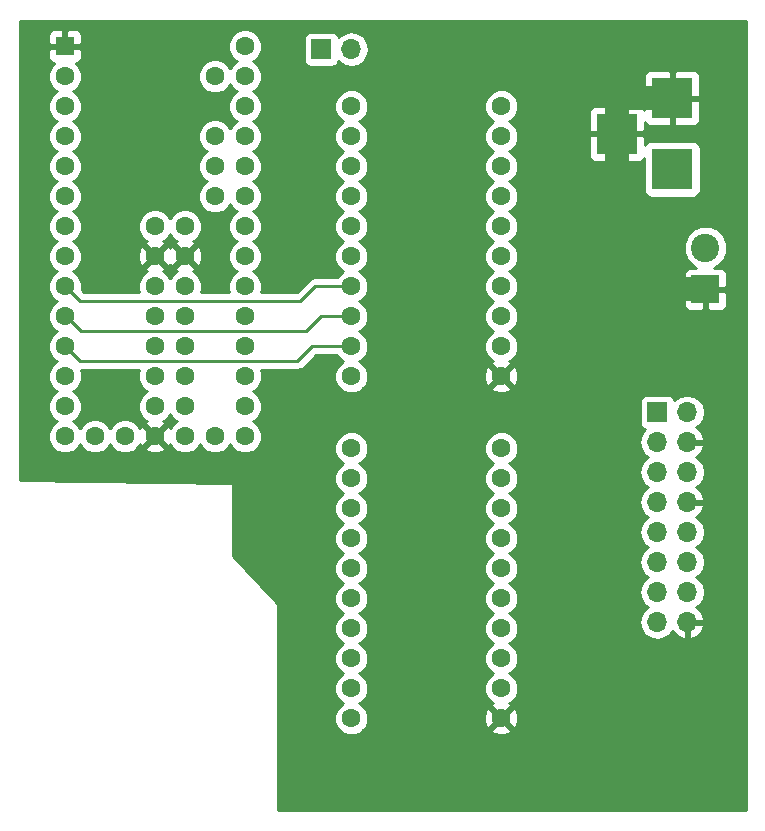
<source format=gtl>
G04 #@! TF.FileFunction,Copper,L1,Top,Signal*
%FSLAX46Y46*%
G04 Gerber Fmt 4.6, Leading zero omitted, Abs format (unit mm)*
G04 Created by KiCad (PCBNEW 4.0.5) date Friday, 02 June 2017 'AMt' 04:11:03*
%MOMM*%
%LPD*%
G01*
G04 APERTURE LIST*
%ADD10C,0.100000*%
%ADD11R,1.700000X1.700000*%
%ADD12O,1.700000X1.700000*%
%ADD13C,1.600000*%
%ADD14R,1.600000X1.600000*%
%ADD15R,3.500000X3.500000*%
%ADD16C,2.400000*%
%ADD17R,2.400000X2.400000*%
%ADD18C,2.000000*%
%ADD19C,0.250000*%
%ADD20C,0.254000*%
G04 APERTURE END LIST*
D10*
D11*
X132080000Y-78740000D03*
D12*
X134620000Y-78740000D03*
D11*
X160528000Y-109474000D03*
D12*
X163068000Y-109474000D03*
X160528000Y-112014000D03*
X163068000Y-112014000D03*
X160528000Y-114554000D03*
X163068000Y-114554000D03*
X160528000Y-117094000D03*
X163068000Y-117094000D03*
X160528000Y-119634000D03*
X163068000Y-119634000D03*
X160528000Y-122174000D03*
X163068000Y-122174000D03*
X160528000Y-124714000D03*
X163068000Y-124714000D03*
X160528000Y-127254000D03*
X163068000Y-127254000D03*
D13*
X118000000Y-111510000D03*
X120540000Y-111510000D03*
X123080000Y-111510000D03*
X125620000Y-111510000D03*
X115460000Y-111510000D03*
X112920000Y-111510000D03*
X110380000Y-111510000D03*
X125620000Y-108970000D03*
X125620000Y-106430000D03*
X125620000Y-103890000D03*
X125620000Y-101350000D03*
X125620000Y-98810000D03*
X125620000Y-96270000D03*
X125620000Y-93730000D03*
X125620000Y-91190000D03*
X125620000Y-88650000D03*
X125620000Y-86110000D03*
X125620000Y-83570000D03*
X125620000Y-81030000D03*
X125620000Y-78490000D03*
X123080000Y-81030000D03*
X123080000Y-86110000D03*
X123080000Y-88650000D03*
X123080000Y-91190000D03*
X110380000Y-108970000D03*
X110380000Y-106430000D03*
X110380000Y-103890000D03*
X110380000Y-101350000D03*
X110380000Y-98810000D03*
X110380000Y-96270000D03*
X110380000Y-93730000D03*
X110380000Y-91190000D03*
X110380000Y-88650000D03*
X110380000Y-86110000D03*
X110380000Y-83570000D03*
X110380000Y-81030000D03*
D14*
X110380000Y-78490000D03*
D13*
X118000000Y-93730000D03*
X118000000Y-96270000D03*
X118000000Y-98810000D03*
X118000000Y-101350000D03*
X118000000Y-103890000D03*
X118000000Y-106430000D03*
X118000000Y-108970000D03*
X120540000Y-108970000D03*
X120540000Y-106430000D03*
X120540000Y-103890000D03*
X120540000Y-101350000D03*
X120540000Y-98810000D03*
X120540000Y-96270000D03*
X120540000Y-93730000D03*
X147320000Y-112522000D03*
X147320000Y-115062000D03*
X147320000Y-117602000D03*
X147320000Y-120142000D03*
X147320000Y-122682000D03*
X147320000Y-125222000D03*
X147320000Y-127762000D03*
X147320000Y-130302000D03*
X147320000Y-132842000D03*
X147320000Y-135382000D03*
X134620000Y-112522000D03*
X134620000Y-115062000D03*
X134620000Y-117602000D03*
X134620000Y-120142000D03*
X134620000Y-122682000D03*
X134620000Y-125222000D03*
X134620000Y-127762000D03*
X134620000Y-130302000D03*
X134620000Y-132842000D03*
X134620000Y-135382000D03*
X147320000Y-83566000D03*
X147320000Y-86106000D03*
X147320000Y-88646000D03*
X147320000Y-91186000D03*
X147320000Y-93726000D03*
X147320000Y-96266000D03*
X147320000Y-98806000D03*
X147320000Y-101346000D03*
X147320000Y-103886000D03*
X147320000Y-106426000D03*
X134620000Y-83566000D03*
X134620000Y-86106000D03*
X134620000Y-88646000D03*
X134620000Y-91186000D03*
X134620000Y-93726000D03*
X134620000Y-96266000D03*
X134620000Y-98806000D03*
X134620000Y-101346000D03*
X134620000Y-103886000D03*
X134620000Y-106426000D03*
D15*
X161798000Y-88900000D03*
X161798000Y-82900000D03*
X157098000Y-85900000D03*
D16*
X164592000Y-95560000D03*
D17*
X164592000Y-99060000D03*
D18*
X164592000Y-99060000D02*
X157988000Y-99060000D01*
X157098000Y-98170000D02*
X157098000Y-85900000D01*
X157988000Y-99060000D02*
X157098000Y-98170000D01*
X157098000Y-85900000D02*
X157098000Y-83440000D01*
X157638000Y-82900000D02*
X161798000Y-82900000D01*
X157098000Y-83440000D02*
X157638000Y-82900000D01*
D19*
X134620000Y-103886000D02*
X131318000Y-103886000D01*
X131318000Y-103886000D02*
X130048000Y-105156000D01*
X130048000Y-105156000D02*
X111646000Y-105156000D01*
X111646000Y-105156000D02*
X110380000Y-103890000D01*
X134620000Y-101346000D02*
X132080000Y-101346000D01*
X130810000Y-102616000D02*
X132080000Y-101346000D01*
X111760000Y-102616000D02*
X130810000Y-102616000D01*
X111760000Y-102616000D02*
X110494000Y-101350000D01*
X110380000Y-101350000D02*
X110494000Y-101350000D01*
X134620000Y-98806000D02*
X131572000Y-98806000D01*
X111646000Y-100076000D02*
X110380000Y-98810000D01*
X130302000Y-100076000D02*
X111646000Y-100076000D01*
X131572000Y-98806000D02*
X130302000Y-100076000D01*
D20*
G36*
X168021000Y-143129000D02*
X128397000Y-143129000D01*
X128397000Y-125730000D01*
X128386994Y-125680590D01*
X128362651Y-125643139D01*
X124587000Y-121615778D01*
X124587000Y-115570000D01*
X124576994Y-115520590D01*
X124548553Y-115478965D01*
X124506159Y-115451685D01*
X124461789Y-115443013D01*
X106553000Y-115190777D01*
X106553000Y-81314187D01*
X108944752Y-81314187D01*
X109162757Y-81841800D01*
X109566077Y-82245824D01*
X109696215Y-82299862D01*
X109568200Y-82352757D01*
X109164176Y-82756077D01*
X108945250Y-83283309D01*
X108944752Y-83854187D01*
X109162757Y-84381800D01*
X109566077Y-84785824D01*
X109696215Y-84839862D01*
X109568200Y-84892757D01*
X109164176Y-85296077D01*
X108945250Y-85823309D01*
X108944752Y-86394187D01*
X109162757Y-86921800D01*
X109566077Y-87325824D01*
X109696215Y-87379862D01*
X109568200Y-87432757D01*
X109164176Y-87836077D01*
X108945250Y-88363309D01*
X108944752Y-88934187D01*
X109162757Y-89461800D01*
X109566077Y-89865824D01*
X109696215Y-89919862D01*
X109568200Y-89972757D01*
X109164176Y-90376077D01*
X108945250Y-90903309D01*
X108944752Y-91474187D01*
X109162757Y-92001800D01*
X109566077Y-92405824D01*
X109696215Y-92459862D01*
X109568200Y-92512757D01*
X109164176Y-92916077D01*
X108945250Y-93443309D01*
X108944752Y-94014187D01*
X109162757Y-94541800D01*
X109566077Y-94945824D01*
X109696215Y-94999862D01*
X109568200Y-95052757D01*
X109164176Y-95456077D01*
X108945250Y-95983309D01*
X108944752Y-96554187D01*
X109162757Y-97081800D01*
X109566077Y-97485824D01*
X109696215Y-97539862D01*
X109568200Y-97592757D01*
X109164176Y-97996077D01*
X108945250Y-98523309D01*
X108944752Y-99094187D01*
X109162757Y-99621800D01*
X109566077Y-100025824D01*
X109696215Y-100079862D01*
X109568200Y-100132757D01*
X109164176Y-100536077D01*
X108945250Y-101063309D01*
X108944752Y-101634187D01*
X109162757Y-102161800D01*
X109566077Y-102565824D01*
X109696215Y-102619862D01*
X109568200Y-102672757D01*
X109164176Y-103076077D01*
X108945250Y-103603309D01*
X108944752Y-104174187D01*
X109162757Y-104701800D01*
X109566077Y-105105824D01*
X109696215Y-105159862D01*
X109568200Y-105212757D01*
X109164176Y-105616077D01*
X108945250Y-106143309D01*
X108944752Y-106714187D01*
X109162757Y-107241800D01*
X109566077Y-107645824D01*
X109696215Y-107699862D01*
X109568200Y-107752757D01*
X109164176Y-108156077D01*
X108945250Y-108683309D01*
X108944752Y-109254187D01*
X109162757Y-109781800D01*
X109566077Y-110185824D01*
X109696215Y-110239862D01*
X109568200Y-110292757D01*
X109164176Y-110696077D01*
X108945250Y-111223309D01*
X108944752Y-111794187D01*
X109162757Y-112321800D01*
X109566077Y-112725824D01*
X110093309Y-112944750D01*
X110664187Y-112945248D01*
X111191800Y-112727243D01*
X111595824Y-112323923D01*
X111649862Y-112193785D01*
X111702757Y-112321800D01*
X112106077Y-112725824D01*
X112633309Y-112944750D01*
X113204187Y-112945248D01*
X113731800Y-112727243D01*
X114135824Y-112323923D01*
X114189862Y-112193785D01*
X114242757Y-112321800D01*
X114646077Y-112725824D01*
X115173309Y-112944750D01*
X115744187Y-112945248D01*
X116271800Y-112727243D01*
X116481663Y-112517745D01*
X117171861Y-112517745D01*
X117245995Y-112763864D01*
X117783223Y-112956965D01*
X118353454Y-112929778D01*
X118754005Y-112763864D01*
X118828139Y-112517745D01*
X118000000Y-111689605D01*
X117171861Y-112517745D01*
X116481663Y-112517745D01*
X116675824Y-112323923D01*
X116723448Y-112209232D01*
X116746136Y-112264005D01*
X116992255Y-112338139D01*
X117820395Y-111510000D01*
X116992255Y-110681861D01*
X116746136Y-110755995D01*
X116725195Y-110814254D01*
X116677243Y-110698200D01*
X116273923Y-110294176D01*
X115746691Y-110075250D01*
X115175813Y-110074752D01*
X114648200Y-110292757D01*
X114244176Y-110696077D01*
X114190138Y-110826215D01*
X114137243Y-110698200D01*
X113733923Y-110294176D01*
X113206691Y-110075250D01*
X112635813Y-110074752D01*
X112108200Y-110292757D01*
X111704176Y-110696077D01*
X111650138Y-110826215D01*
X111597243Y-110698200D01*
X111193923Y-110294176D01*
X111063785Y-110240138D01*
X111191800Y-110187243D01*
X111595824Y-109783923D01*
X111814750Y-109256691D01*
X111815248Y-108685813D01*
X111597243Y-108158200D01*
X111193923Y-107754176D01*
X111063785Y-107700138D01*
X111191800Y-107647243D01*
X111595824Y-107243923D01*
X111814750Y-106716691D01*
X111815248Y-106145813D01*
X111720291Y-105916000D01*
X116659637Y-105916000D01*
X116565250Y-106143309D01*
X116564752Y-106714187D01*
X116782757Y-107241800D01*
X117186077Y-107645824D01*
X117316215Y-107699862D01*
X117188200Y-107752757D01*
X116784176Y-108156077D01*
X116565250Y-108683309D01*
X116564752Y-109254187D01*
X116782757Y-109781800D01*
X117186077Y-110185824D01*
X117300768Y-110233448D01*
X117245995Y-110256136D01*
X117171861Y-110502255D01*
X118000000Y-111330395D01*
X118828139Y-110502255D01*
X118754005Y-110256136D01*
X118695746Y-110235195D01*
X118811800Y-110187243D01*
X119215824Y-109783923D01*
X119269862Y-109653785D01*
X119322757Y-109781800D01*
X119726077Y-110185824D01*
X119856215Y-110239862D01*
X119728200Y-110292757D01*
X119324176Y-110696077D01*
X119276552Y-110810768D01*
X119253864Y-110755995D01*
X119007745Y-110681861D01*
X118179605Y-111510000D01*
X119007745Y-112338139D01*
X119253864Y-112264005D01*
X119274805Y-112205746D01*
X119322757Y-112321800D01*
X119726077Y-112725824D01*
X120253309Y-112944750D01*
X120824187Y-112945248D01*
X121351800Y-112727243D01*
X121755824Y-112323923D01*
X121809862Y-112193785D01*
X121862757Y-112321800D01*
X122266077Y-112725824D01*
X122793309Y-112944750D01*
X123364187Y-112945248D01*
X123891800Y-112727243D01*
X124295824Y-112323923D01*
X124349862Y-112193785D01*
X124402757Y-112321800D01*
X124806077Y-112725824D01*
X125333309Y-112944750D01*
X125904187Y-112945248D01*
X126240740Y-112806187D01*
X133184752Y-112806187D01*
X133402757Y-113333800D01*
X133806077Y-113737824D01*
X133936215Y-113791862D01*
X133808200Y-113844757D01*
X133404176Y-114248077D01*
X133185250Y-114775309D01*
X133184752Y-115346187D01*
X133402757Y-115873800D01*
X133806077Y-116277824D01*
X133936215Y-116331862D01*
X133808200Y-116384757D01*
X133404176Y-116788077D01*
X133185250Y-117315309D01*
X133184752Y-117886187D01*
X133402757Y-118413800D01*
X133806077Y-118817824D01*
X133936215Y-118871862D01*
X133808200Y-118924757D01*
X133404176Y-119328077D01*
X133185250Y-119855309D01*
X133184752Y-120426187D01*
X133402757Y-120953800D01*
X133806077Y-121357824D01*
X133936215Y-121411862D01*
X133808200Y-121464757D01*
X133404176Y-121868077D01*
X133185250Y-122395309D01*
X133184752Y-122966187D01*
X133402757Y-123493800D01*
X133806077Y-123897824D01*
X133936215Y-123951862D01*
X133808200Y-124004757D01*
X133404176Y-124408077D01*
X133185250Y-124935309D01*
X133184752Y-125506187D01*
X133402757Y-126033800D01*
X133806077Y-126437824D01*
X133936215Y-126491862D01*
X133808200Y-126544757D01*
X133404176Y-126948077D01*
X133185250Y-127475309D01*
X133184752Y-128046187D01*
X133402757Y-128573800D01*
X133806077Y-128977824D01*
X133936215Y-129031862D01*
X133808200Y-129084757D01*
X133404176Y-129488077D01*
X133185250Y-130015309D01*
X133184752Y-130586187D01*
X133402757Y-131113800D01*
X133806077Y-131517824D01*
X133936215Y-131571862D01*
X133808200Y-131624757D01*
X133404176Y-132028077D01*
X133185250Y-132555309D01*
X133184752Y-133126187D01*
X133402757Y-133653800D01*
X133806077Y-134057824D01*
X133936215Y-134111862D01*
X133808200Y-134164757D01*
X133404176Y-134568077D01*
X133185250Y-135095309D01*
X133184752Y-135666187D01*
X133402757Y-136193800D01*
X133806077Y-136597824D01*
X134333309Y-136816750D01*
X134904187Y-136817248D01*
X135431800Y-136599243D01*
X135641663Y-136389745D01*
X146491861Y-136389745D01*
X146565995Y-136635864D01*
X147103223Y-136828965D01*
X147673454Y-136801778D01*
X148074005Y-136635864D01*
X148148139Y-136389745D01*
X147320000Y-135561605D01*
X146491861Y-136389745D01*
X135641663Y-136389745D01*
X135835824Y-136195923D01*
X136054750Y-135668691D01*
X136055189Y-135165223D01*
X145873035Y-135165223D01*
X145900222Y-135735454D01*
X146066136Y-136136005D01*
X146312255Y-136210139D01*
X147140395Y-135382000D01*
X147499605Y-135382000D01*
X148327745Y-136210139D01*
X148573864Y-136136005D01*
X148766965Y-135598777D01*
X148739778Y-135028546D01*
X148573864Y-134627995D01*
X148327745Y-134553861D01*
X147499605Y-135382000D01*
X147140395Y-135382000D01*
X146312255Y-134553861D01*
X146066136Y-134627995D01*
X145873035Y-135165223D01*
X136055189Y-135165223D01*
X136055248Y-135097813D01*
X135837243Y-134570200D01*
X135433923Y-134166176D01*
X135303785Y-134112138D01*
X135431800Y-134059243D01*
X135835824Y-133655923D01*
X136054750Y-133128691D01*
X136055248Y-132557813D01*
X135837243Y-132030200D01*
X135433923Y-131626176D01*
X135303785Y-131572138D01*
X135431800Y-131519243D01*
X135835824Y-131115923D01*
X136054750Y-130588691D01*
X136055248Y-130017813D01*
X135837243Y-129490200D01*
X135433923Y-129086176D01*
X135303785Y-129032138D01*
X135431800Y-128979243D01*
X135835824Y-128575923D01*
X136054750Y-128048691D01*
X136055248Y-127477813D01*
X135837243Y-126950200D01*
X135433923Y-126546176D01*
X135303785Y-126492138D01*
X135431800Y-126439243D01*
X135835824Y-126035923D01*
X136054750Y-125508691D01*
X136055248Y-124937813D01*
X135837243Y-124410200D01*
X135433923Y-124006176D01*
X135303785Y-123952138D01*
X135431800Y-123899243D01*
X135835824Y-123495923D01*
X136054750Y-122968691D01*
X136055248Y-122397813D01*
X135837243Y-121870200D01*
X135433923Y-121466176D01*
X135303785Y-121412138D01*
X135431800Y-121359243D01*
X135835824Y-120955923D01*
X136054750Y-120428691D01*
X136055248Y-119857813D01*
X135837243Y-119330200D01*
X135433923Y-118926176D01*
X135303785Y-118872138D01*
X135431800Y-118819243D01*
X135835824Y-118415923D01*
X136054750Y-117888691D01*
X136055248Y-117317813D01*
X135837243Y-116790200D01*
X135433923Y-116386176D01*
X135303785Y-116332138D01*
X135431800Y-116279243D01*
X135835824Y-115875923D01*
X136054750Y-115348691D01*
X136055248Y-114777813D01*
X135837243Y-114250200D01*
X135433923Y-113846176D01*
X135303785Y-113792138D01*
X135431800Y-113739243D01*
X135835824Y-113335923D01*
X136054750Y-112808691D01*
X136054752Y-112806187D01*
X145884752Y-112806187D01*
X146102757Y-113333800D01*
X146506077Y-113737824D01*
X146636215Y-113791862D01*
X146508200Y-113844757D01*
X146104176Y-114248077D01*
X145885250Y-114775309D01*
X145884752Y-115346187D01*
X146102757Y-115873800D01*
X146506077Y-116277824D01*
X146636215Y-116331862D01*
X146508200Y-116384757D01*
X146104176Y-116788077D01*
X145885250Y-117315309D01*
X145884752Y-117886187D01*
X146102757Y-118413800D01*
X146506077Y-118817824D01*
X146636215Y-118871862D01*
X146508200Y-118924757D01*
X146104176Y-119328077D01*
X145885250Y-119855309D01*
X145884752Y-120426187D01*
X146102757Y-120953800D01*
X146506077Y-121357824D01*
X146636215Y-121411862D01*
X146508200Y-121464757D01*
X146104176Y-121868077D01*
X145885250Y-122395309D01*
X145884752Y-122966187D01*
X146102757Y-123493800D01*
X146506077Y-123897824D01*
X146636215Y-123951862D01*
X146508200Y-124004757D01*
X146104176Y-124408077D01*
X145885250Y-124935309D01*
X145884752Y-125506187D01*
X146102757Y-126033800D01*
X146506077Y-126437824D01*
X146636215Y-126491862D01*
X146508200Y-126544757D01*
X146104176Y-126948077D01*
X145885250Y-127475309D01*
X145884752Y-128046187D01*
X146102757Y-128573800D01*
X146506077Y-128977824D01*
X146636215Y-129031862D01*
X146508200Y-129084757D01*
X146104176Y-129488077D01*
X145885250Y-130015309D01*
X145884752Y-130586187D01*
X146102757Y-131113800D01*
X146506077Y-131517824D01*
X146636215Y-131571862D01*
X146508200Y-131624757D01*
X146104176Y-132028077D01*
X145885250Y-132555309D01*
X145884752Y-133126187D01*
X146102757Y-133653800D01*
X146506077Y-134057824D01*
X146620768Y-134105448D01*
X146565995Y-134128136D01*
X146491861Y-134374255D01*
X147320000Y-135202395D01*
X148148139Y-134374255D01*
X148074005Y-134128136D01*
X148015746Y-134107195D01*
X148131800Y-134059243D01*
X148535824Y-133655923D01*
X148754750Y-133128691D01*
X148755248Y-132557813D01*
X148537243Y-132030200D01*
X148133923Y-131626176D01*
X148003785Y-131572138D01*
X148131800Y-131519243D01*
X148535824Y-131115923D01*
X148754750Y-130588691D01*
X148755248Y-130017813D01*
X148537243Y-129490200D01*
X148133923Y-129086176D01*
X148003785Y-129032138D01*
X148131800Y-128979243D01*
X148535824Y-128575923D01*
X148754750Y-128048691D01*
X148755248Y-127477813D01*
X148537243Y-126950200D01*
X148133923Y-126546176D01*
X148003785Y-126492138D01*
X148131800Y-126439243D01*
X148535824Y-126035923D01*
X148754750Y-125508691D01*
X148755248Y-124937813D01*
X148537243Y-124410200D01*
X148133923Y-124006176D01*
X148003785Y-123952138D01*
X148131800Y-123899243D01*
X148535824Y-123495923D01*
X148754750Y-122968691D01*
X148755248Y-122397813D01*
X148537243Y-121870200D01*
X148133923Y-121466176D01*
X148003785Y-121412138D01*
X148131800Y-121359243D01*
X148535824Y-120955923D01*
X148754750Y-120428691D01*
X148755248Y-119857813D01*
X148537243Y-119330200D01*
X148133923Y-118926176D01*
X148003785Y-118872138D01*
X148131800Y-118819243D01*
X148535824Y-118415923D01*
X148754750Y-117888691D01*
X148755248Y-117317813D01*
X148537243Y-116790200D01*
X148133923Y-116386176D01*
X148003785Y-116332138D01*
X148131800Y-116279243D01*
X148535824Y-115875923D01*
X148754750Y-115348691D01*
X148755248Y-114777813D01*
X148537243Y-114250200D01*
X148133923Y-113846176D01*
X148003785Y-113792138D01*
X148131800Y-113739243D01*
X148535824Y-113335923D01*
X148754750Y-112808691D01*
X148755248Y-112237813D01*
X148662771Y-112014000D01*
X159013907Y-112014000D01*
X159126946Y-112582285D01*
X159448853Y-113064054D01*
X159778026Y-113284000D01*
X159448853Y-113503946D01*
X159126946Y-113985715D01*
X159013907Y-114554000D01*
X159126946Y-115122285D01*
X159448853Y-115604054D01*
X159778026Y-115824000D01*
X159448853Y-116043946D01*
X159126946Y-116525715D01*
X159013907Y-117094000D01*
X159126946Y-117662285D01*
X159448853Y-118144054D01*
X159778026Y-118364000D01*
X159448853Y-118583946D01*
X159126946Y-119065715D01*
X159013907Y-119634000D01*
X159126946Y-120202285D01*
X159448853Y-120684054D01*
X159778026Y-120904000D01*
X159448853Y-121123946D01*
X159126946Y-121605715D01*
X159013907Y-122174000D01*
X159126946Y-122742285D01*
X159448853Y-123224054D01*
X159778026Y-123444000D01*
X159448853Y-123663946D01*
X159126946Y-124145715D01*
X159013907Y-124714000D01*
X159126946Y-125282285D01*
X159448853Y-125764054D01*
X159778026Y-125984000D01*
X159448853Y-126203946D01*
X159126946Y-126685715D01*
X159013907Y-127254000D01*
X159126946Y-127822285D01*
X159448853Y-128304054D01*
X159930622Y-128625961D01*
X160498907Y-128739000D01*
X160557093Y-128739000D01*
X161125378Y-128625961D01*
X161607147Y-128304054D01*
X161796345Y-128020899D01*
X161796355Y-128020924D01*
X162186642Y-128449183D01*
X162711108Y-128695486D01*
X162941000Y-128574819D01*
X162941000Y-127381000D01*
X163195000Y-127381000D01*
X163195000Y-128574819D01*
X163424892Y-128695486D01*
X163949358Y-128449183D01*
X164339645Y-128020924D01*
X164509476Y-127610890D01*
X164388155Y-127381000D01*
X163195000Y-127381000D01*
X162941000Y-127381000D01*
X162921000Y-127381000D01*
X162921000Y-127127000D01*
X162941000Y-127127000D01*
X162941000Y-127107000D01*
X163195000Y-127107000D01*
X163195000Y-127127000D01*
X164388155Y-127127000D01*
X164509476Y-126897110D01*
X164339645Y-126487076D01*
X163949358Y-126058817D01*
X163806447Y-125991702D01*
X164147147Y-125764054D01*
X164469054Y-125282285D01*
X164582093Y-124714000D01*
X164469054Y-124145715D01*
X164147147Y-123663946D01*
X163817974Y-123444000D01*
X164147147Y-123224054D01*
X164469054Y-122742285D01*
X164582093Y-122174000D01*
X164469054Y-121605715D01*
X164147147Y-121123946D01*
X163817974Y-120904000D01*
X164147147Y-120684054D01*
X164469054Y-120202285D01*
X164582093Y-119634000D01*
X164469054Y-119065715D01*
X164147147Y-118583946D01*
X163806447Y-118356298D01*
X163949358Y-118289183D01*
X164339645Y-117860924D01*
X164509476Y-117450890D01*
X164388155Y-117221000D01*
X163195000Y-117221000D01*
X163195000Y-117241000D01*
X162941000Y-117241000D01*
X162941000Y-117221000D01*
X162921000Y-117221000D01*
X162921000Y-116967000D01*
X162941000Y-116967000D01*
X162941000Y-116947000D01*
X163195000Y-116947000D01*
X163195000Y-116967000D01*
X164388155Y-116967000D01*
X164509476Y-116737110D01*
X164339645Y-116327076D01*
X163949358Y-115898817D01*
X163806447Y-115831702D01*
X164147147Y-115604054D01*
X164469054Y-115122285D01*
X164582093Y-114554000D01*
X164469054Y-113985715D01*
X164147147Y-113503946D01*
X163806447Y-113276298D01*
X163949358Y-113209183D01*
X164339645Y-112780924D01*
X164509476Y-112370890D01*
X164388155Y-112141000D01*
X163195000Y-112141000D01*
X163195000Y-112161000D01*
X162941000Y-112161000D01*
X162941000Y-112141000D01*
X162921000Y-112141000D01*
X162921000Y-111887000D01*
X162941000Y-111887000D01*
X162941000Y-111867000D01*
X163195000Y-111867000D01*
X163195000Y-111887000D01*
X164388155Y-111887000D01*
X164509476Y-111657110D01*
X164339645Y-111247076D01*
X163949358Y-110818817D01*
X163806447Y-110751702D01*
X164147147Y-110524054D01*
X164469054Y-110042285D01*
X164582093Y-109474000D01*
X164469054Y-108905715D01*
X164147147Y-108423946D01*
X163665378Y-108102039D01*
X163097093Y-107989000D01*
X163038907Y-107989000D01*
X162470622Y-108102039D01*
X161988853Y-108423946D01*
X161988029Y-108425179D01*
X161981162Y-108388683D01*
X161842090Y-108172559D01*
X161629890Y-108027569D01*
X161378000Y-107976560D01*
X159678000Y-107976560D01*
X159442683Y-108020838D01*
X159226559Y-108159910D01*
X159081569Y-108372110D01*
X159030560Y-108624000D01*
X159030560Y-110324000D01*
X159074838Y-110559317D01*
X159213910Y-110775441D01*
X159426110Y-110920431D01*
X159493541Y-110934086D01*
X159448853Y-110963946D01*
X159126946Y-111445715D01*
X159013907Y-112014000D01*
X148662771Y-112014000D01*
X148537243Y-111710200D01*
X148133923Y-111306176D01*
X147606691Y-111087250D01*
X147035813Y-111086752D01*
X146508200Y-111304757D01*
X146104176Y-111708077D01*
X145885250Y-112235309D01*
X145884752Y-112806187D01*
X136054752Y-112806187D01*
X136055248Y-112237813D01*
X135837243Y-111710200D01*
X135433923Y-111306176D01*
X134906691Y-111087250D01*
X134335813Y-111086752D01*
X133808200Y-111304757D01*
X133404176Y-111708077D01*
X133185250Y-112235309D01*
X133184752Y-112806187D01*
X126240740Y-112806187D01*
X126431800Y-112727243D01*
X126835824Y-112323923D01*
X127054750Y-111796691D01*
X127055248Y-111225813D01*
X126837243Y-110698200D01*
X126433923Y-110294176D01*
X126303785Y-110240138D01*
X126431800Y-110187243D01*
X126835824Y-109783923D01*
X127054750Y-109256691D01*
X127055248Y-108685813D01*
X126837243Y-108158200D01*
X126433923Y-107754176D01*
X126303785Y-107700138D01*
X126431800Y-107647243D01*
X126835824Y-107243923D01*
X127054750Y-106716691D01*
X127055248Y-106145813D01*
X126960291Y-105916000D01*
X130048000Y-105916000D01*
X130338839Y-105858148D01*
X130585401Y-105693401D01*
X131632802Y-104646000D01*
X133381354Y-104646000D01*
X133402757Y-104697800D01*
X133806077Y-105101824D01*
X133936215Y-105155862D01*
X133808200Y-105208757D01*
X133404176Y-105612077D01*
X133185250Y-106139309D01*
X133184752Y-106710187D01*
X133402757Y-107237800D01*
X133806077Y-107641824D01*
X134333309Y-107860750D01*
X134904187Y-107861248D01*
X135431800Y-107643243D01*
X135641663Y-107433745D01*
X146491861Y-107433745D01*
X146565995Y-107679864D01*
X147103223Y-107872965D01*
X147673454Y-107845778D01*
X148074005Y-107679864D01*
X148148139Y-107433745D01*
X147320000Y-106605605D01*
X146491861Y-107433745D01*
X135641663Y-107433745D01*
X135835824Y-107239923D01*
X136054750Y-106712691D01*
X136055189Y-106209223D01*
X145873035Y-106209223D01*
X145900222Y-106779454D01*
X146066136Y-107180005D01*
X146312255Y-107254139D01*
X147140395Y-106426000D01*
X147499605Y-106426000D01*
X148327745Y-107254139D01*
X148573864Y-107180005D01*
X148766965Y-106642777D01*
X148739778Y-106072546D01*
X148573864Y-105671995D01*
X148327745Y-105597861D01*
X147499605Y-106426000D01*
X147140395Y-106426000D01*
X146312255Y-105597861D01*
X146066136Y-105671995D01*
X145873035Y-106209223D01*
X136055189Y-106209223D01*
X136055248Y-106141813D01*
X135837243Y-105614200D01*
X135433923Y-105210176D01*
X135303785Y-105156138D01*
X135431800Y-105103243D01*
X135835824Y-104699923D01*
X136054750Y-104172691D01*
X136055248Y-103601813D01*
X135837243Y-103074200D01*
X135433923Y-102670176D01*
X135303785Y-102616138D01*
X135431800Y-102563243D01*
X135835824Y-102159923D01*
X136054750Y-101632691D01*
X136055248Y-101061813D01*
X135837243Y-100534200D01*
X135433923Y-100130176D01*
X135303785Y-100076138D01*
X135431800Y-100023243D01*
X135835824Y-99619923D01*
X136054750Y-99092691D01*
X136055248Y-98521813D01*
X135837243Y-97994200D01*
X135433923Y-97590176D01*
X135303785Y-97536138D01*
X135431800Y-97483243D01*
X135835824Y-97079923D01*
X136054750Y-96552691D01*
X136055248Y-95981813D01*
X135837243Y-95454200D01*
X135433923Y-95050176D01*
X135303785Y-94996138D01*
X135431800Y-94943243D01*
X135835824Y-94539923D01*
X136054750Y-94012691D01*
X136055248Y-93441813D01*
X135837243Y-92914200D01*
X135433923Y-92510176D01*
X135303785Y-92456138D01*
X135431800Y-92403243D01*
X135835824Y-91999923D01*
X136054750Y-91472691D01*
X136055248Y-90901813D01*
X135837243Y-90374200D01*
X135433923Y-89970176D01*
X135303785Y-89916138D01*
X135431800Y-89863243D01*
X135835824Y-89459923D01*
X136054750Y-88932691D01*
X136055248Y-88361813D01*
X135837243Y-87834200D01*
X135433923Y-87430176D01*
X135303785Y-87376138D01*
X135431800Y-87323243D01*
X135835824Y-86919923D01*
X136054750Y-86392691D01*
X136055248Y-85821813D01*
X135837243Y-85294200D01*
X135433923Y-84890176D01*
X135303785Y-84836138D01*
X135431800Y-84783243D01*
X135835824Y-84379923D01*
X136054750Y-83852691D01*
X136054752Y-83850187D01*
X145884752Y-83850187D01*
X146102757Y-84377800D01*
X146506077Y-84781824D01*
X146636215Y-84835862D01*
X146508200Y-84888757D01*
X146104176Y-85292077D01*
X145885250Y-85819309D01*
X145884752Y-86390187D01*
X146102757Y-86917800D01*
X146506077Y-87321824D01*
X146636215Y-87375862D01*
X146508200Y-87428757D01*
X146104176Y-87832077D01*
X145885250Y-88359309D01*
X145884752Y-88930187D01*
X146102757Y-89457800D01*
X146506077Y-89861824D01*
X146636215Y-89915862D01*
X146508200Y-89968757D01*
X146104176Y-90372077D01*
X145885250Y-90899309D01*
X145884752Y-91470187D01*
X146102757Y-91997800D01*
X146506077Y-92401824D01*
X146636215Y-92455862D01*
X146508200Y-92508757D01*
X146104176Y-92912077D01*
X145885250Y-93439309D01*
X145884752Y-94010187D01*
X146102757Y-94537800D01*
X146506077Y-94941824D01*
X146636215Y-94995862D01*
X146508200Y-95048757D01*
X146104176Y-95452077D01*
X145885250Y-95979309D01*
X145884752Y-96550187D01*
X146102757Y-97077800D01*
X146506077Y-97481824D01*
X146636215Y-97535862D01*
X146508200Y-97588757D01*
X146104176Y-97992077D01*
X145885250Y-98519309D01*
X145884752Y-99090187D01*
X146102757Y-99617800D01*
X146506077Y-100021824D01*
X146636215Y-100075862D01*
X146508200Y-100128757D01*
X146104176Y-100532077D01*
X145885250Y-101059309D01*
X145884752Y-101630187D01*
X146102757Y-102157800D01*
X146506077Y-102561824D01*
X146636215Y-102615862D01*
X146508200Y-102668757D01*
X146104176Y-103072077D01*
X145885250Y-103599309D01*
X145884752Y-104170187D01*
X146102757Y-104697800D01*
X146506077Y-105101824D01*
X146620768Y-105149448D01*
X146565995Y-105172136D01*
X146491861Y-105418255D01*
X147320000Y-106246395D01*
X148148139Y-105418255D01*
X148074005Y-105172136D01*
X148015746Y-105151195D01*
X148131800Y-105103243D01*
X148535824Y-104699923D01*
X148754750Y-104172691D01*
X148755248Y-103601813D01*
X148537243Y-103074200D01*
X148133923Y-102670176D01*
X148003785Y-102616138D01*
X148131800Y-102563243D01*
X148535824Y-102159923D01*
X148754750Y-101632691D01*
X148755248Y-101061813D01*
X148537243Y-100534200D01*
X148133923Y-100130176D01*
X148003785Y-100076138D01*
X148131800Y-100023243D01*
X148535824Y-99619923D01*
X148649670Y-99345750D01*
X162757000Y-99345750D01*
X162757000Y-100386309D01*
X162853673Y-100619698D01*
X163032301Y-100798327D01*
X163265690Y-100895000D01*
X164306250Y-100895000D01*
X164465000Y-100736250D01*
X164465000Y-99187000D01*
X164719000Y-99187000D01*
X164719000Y-100736250D01*
X164877750Y-100895000D01*
X165918310Y-100895000D01*
X166151699Y-100798327D01*
X166330327Y-100619698D01*
X166427000Y-100386309D01*
X166427000Y-99345750D01*
X166268250Y-99187000D01*
X164719000Y-99187000D01*
X164465000Y-99187000D01*
X162915750Y-99187000D01*
X162757000Y-99345750D01*
X148649670Y-99345750D01*
X148754750Y-99092691D01*
X148755248Y-98521813D01*
X148537243Y-97994200D01*
X148133923Y-97590176D01*
X148003785Y-97536138D01*
X148131800Y-97483243D01*
X148535824Y-97079923D01*
X148754750Y-96552691D01*
X148755248Y-95981813D01*
X148731114Y-95923403D01*
X162756682Y-95923403D01*
X163035455Y-96598086D01*
X163551199Y-97114730D01*
X163816758Y-97225000D01*
X163265690Y-97225000D01*
X163032301Y-97321673D01*
X162853673Y-97500302D01*
X162757000Y-97733691D01*
X162757000Y-98774250D01*
X162915750Y-98933000D01*
X164465000Y-98933000D01*
X164465000Y-98913000D01*
X164719000Y-98913000D01*
X164719000Y-98933000D01*
X166268250Y-98933000D01*
X166427000Y-98774250D01*
X166427000Y-97733691D01*
X166330327Y-97500302D01*
X166151699Y-97321673D01*
X165918310Y-97225000D01*
X165367605Y-97225000D01*
X165630086Y-97116545D01*
X166146730Y-96600801D01*
X166426681Y-95926605D01*
X166427318Y-95196597D01*
X166148545Y-94521914D01*
X165632801Y-94005270D01*
X164958605Y-93725319D01*
X164228597Y-93724682D01*
X163553914Y-94003455D01*
X163037270Y-94519199D01*
X162757319Y-95193395D01*
X162756682Y-95923403D01*
X148731114Y-95923403D01*
X148537243Y-95454200D01*
X148133923Y-95050176D01*
X148003785Y-94996138D01*
X148131800Y-94943243D01*
X148535824Y-94539923D01*
X148754750Y-94012691D01*
X148755248Y-93441813D01*
X148537243Y-92914200D01*
X148133923Y-92510176D01*
X148003785Y-92456138D01*
X148131800Y-92403243D01*
X148535824Y-91999923D01*
X148754750Y-91472691D01*
X148755248Y-90901813D01*
X148537243Y-90374200D01*
X148133923Y-89970176D01*
X148003785Y-89916138D01*
X148131800Y-89863243D01*
X148535824Y-89459923D01*
X148754750Y-88932691D01*
X148755248Y-88361813D01*
X148537243Y-87834200D01*
X148133923Y-87430176D01*
X148003785Y-87376138D01*
X148131800Y-87323243D01*
X148535824Y-86919923D01*
X148754750Y-86392691D01*
X148754930Y-86185750D01*
X154713000Y-86185750D01*
X154713000Y-87776309D01*
X154809673Y-88009698D01*
X154988301Y-88188327D01*
X155221690Y-88285000D01*
X156812250Y-88285000D01*
X156971000Y-88126250D01*
X156971000Y-86027000D01*
X157225000Y-86027000D01*
X157225000Y-88126250D01*
X157383750Y-88285000D01*
X158974310Y-88285000D01*
X159207699Y-88188327D01*
X159386327Y-88009698D01*
X159400560Y-87975337D01*
X159400560Y-90650000D01*
X159444838Y-90885317D01*
X159583910Y-91101441D01*
X159796110Y-91246431D01*
X160048000Y-91297440D01*
X163548000Y-91297440D01*
X163783317Y-91253162D01*
X163999441Y-91114090D01*
X164144431Y-90901890D01*
X164195440Y-90650000D01*
X164195440Y-87150000D01*
X164151162Y-86914683D01*
X164012090Y-86698559D01*
X163799890Y-86553569D01*
X163548000Y-86502560D01*
X160048000Y-86502560D01*
X159812683Y-86546838D01*
X159596559Y-86685910D01*
X159483000Y-86852109D01*
X159483000Y-86185750D01*
X159324250Y-86027000D01*
X157225000Y-86027000D01*
X156971000Y-86027000D01*
X154871750Y-86027000D01*
X154713000Y-86185750D01*
X148754930Y-86185750D01*
X148755248Y-85821813D01*
X148537243Y-85294200D01*
X148133923Y-84890176D01*
X148003785Y-84836138D01*
X148131800Y-84783243D01*
X148535824Y-84379923D01*
X148683744Y-84023691D01*
X154713000Y-84023691D01*
X154713000Y-85614250D01*
X154871750Y-85773000D01*
X156971000Y-85773000D01*
X156971000Y-83673750D01*
X157225000Y-83673750D01*
X157225000Y-85773000D01*
X159324250Y-85773000D01*
X159483000Y-85614250D01*
X159483000Y-84945304D01*
X159509673Y-85009698D01*
X159688301Y-85188327D01*
X159921690Y-85285000D01*
X161512250Y-85285000D01*
X161671000Y-85126250D01*
X161671000Y-83027000D01*
X161925000Y-83027000D01*
X161925000Y-85126250D01*
X162083750Y-85285000D01*
X163674310Y-85285000D01*
X163907699Y-85188327D01*
X164086327Y-85009698D01*
X164183000Y-84776309D01*
X164183000Y-83185750D01*
X164024250Y-83027000D01*
X161925000Y-83027000D01*
X161671000Y-83027000D01*
X159571750Y-83027000D01*
X159413000Y-83185750D01*
X159413000Y-83854696D01*
X159386327Y-83790302D01*
X159207699Y-83611673D01*
X158974310Y-83515000D01*
X157383750Y-83515000D01*
X157225000Y-83673750D01*
X156971000Y-83673750D01*
X156812250Y-83515000D01*
X155221690Y-83515000D01*
X154988301Y-83611673D01*
X154809673Y-83790302D01*
X154713000Y-84023691D01*
X148683744Y-84023691D01*
X148754750Y-83852691D01*
X148755248Y-83281813D01*
X148537243Y-82754200D01*
X148133923Y-82350176D01*
X147606691Y-82131250D01*
X147035813Y-82130752D01*
X146508200Y-82348757D01*
X146104176Y-82752077D01*
X145885250Y-83279309D01*
X145884752Y-83850187D01*
X136054752Y-83850187D01*
X136055248Y-83281813D01*
X135837243Y-82754200D01*
X135433923Y-82350176D01*
X134906691Y-82131250D01*
X134335813Y-82130752D01*
X133808200Y-82348757D01*
X133404176Y-82752077D01*
X133185250Y-83279309D01*
X133184752Y-83850187D01*
X133402757Y-84377800D01*
X133806077Y-84781824D01*
X133936215Y-84835862D01*
X133808200Y-84888757D01*
X133404176Y-85292077D01*
X133185250Y-85819309D01*
X133184752Y-86390187D01*
X133402757Y-86917800D01*
X133806077Y-87321824D01*
X133936215Y-87375862D01*
X133808200Y-87428757D01*
X133404176Y-87832077D01*
X133185250Y-88359309D01*
X133184752Y-88930187D01*
X133402757Y-89457800D01*
X133806077Y-89861824D01*
X133936215Y-89915862D01*
X133808200Y-89968757D01*
X133404176Y-90372077D01*
X133185250Y-90899309D01*
X133184752Y-91470187D01*
X133402757Y-91997800D01*
X133806077Y-92401824D01*
X133936215Y-92455862D01*
X133808200Y-92508757D01*
X133404176Y-92912077D01*
X133185250Y-93439309D01*
X133184752Y-94010187D01*
X133402757Y-94537800D01*
X133806077Y-94941824D01*
X133936215Y-94995862D01*
X133808200Y-95048757D01*
X133404176Y-95452077D01*
X133185250Y-95979309D01*
X133184752Y-96550187D01*
X133402757Y-97077800D01*
X133806077Y-97481824D01*
X133936215Y-97535862D01*
X133808200Y-97588757D01*
X133404176Y-97992077D01*
X133381785Y-98046000D01*
X131572000Y-98046000D01*
X131281160Y-98103852D01*
X131034599Y-98268599D01*
X129987198Y-99316000D01*
X126963685Y-99316000D01*
X127054750Y-99096691D01*
X127055248Y-98525813D01*
X126837243Y-97998200D01*
X126433923Y-97594176D01*
X126303785Y-97540138D01*
X126431800Y-97487243D01*
X126835824Y-97083923D01*
X127054750Y-96556691D01*
X127055248Y-95985813D01*
X126837243Y-95458200D01*
X126433923Y-95054176D01*
X126303785Y-95000138D01*
X126431800Y-94947243D01*
X126835824Y-94543923D01*
X127054750Y-94016691D01*
X127055248Y-93445813D01*
X126837243Y-92918200D01*
X126433923Y-92514176D01*
X126303785Y-92460138D01*
X126431800Y-92407243D01*
X126835824Y-92003923D01*
X127054750Y-91476691D01*
X127055248Y-90905813D01*
X126837243Y-90378200D01*
X126433923Y-89974176D01*
X126303785Y-89920138D01*
X126431800Y-89867243D01*
X126835824Y-89463923D01*
X127054750Y-88936691D01*
X127055248Y-88365813D01*
X126837243Y-87838200D01*
X126433923Y-87434176D01*
X126303785Y-87380138D01*
X126431800Y-87327243D01*
X126835824Y-86923923D01*
X127054750Y-86396691D01*
X127055248Y-85825813D01*
X126837243Y-85298200D01*
X126433923Y-84894176D01*
X126303785Y-84840138D01*
X126431800Y-84787243D01*
X126835824Y-84383923D01*
X127054750Y-83856691D01*
X127055248Y-83285813D01*
X126837243Y-82758200D01*
X126433923Y-82354176D01*
X126303785Y-82300138D01*
X126431800Y-82247243D01*
X126835824Y-81843923D01*
X127054750Y-81316691D01*
X127055005Y-81023691D01*
X159413000Y-81023691D01*
X159413000Y-82614250D01*
X159571750Y-82773000D01*
X161671000Y-82773000D01*
X161671000Y-80673750D01*
X161925000Y-80673750D01*
X161925000Y-82773000D01*
X164024250Y-82773000D01*
X164183000Y-82614250D01*
X164183000Y-81023691D01*
X164086327Y-80790302D01*
X163907699Y-80611673D01*
X163674310Y-80515000D01*
X162083750Y-80515000D01*
X161925000Y-80673750D01*
X161671000Y-80673750D01*
X161512250Y-80515000D01*
X159921690Y-80515000D01*
X159688301Y-80611673D01*
X159509673Y-80790302D01*
X159413000Y-81023691D01*
X127055005Y-81023691D01*
X127055248Y-80745813D01*
X126837243Y-80218200D01*
X126433923Y-79814176D01*
X126303785Y-79760138D01*
X126431800Y-79707243D01*
X126835824Y-79303923D01*
X127054750Y-78776691D01*
X127055248Y-78205813D01*
X126924757Y-77890000D01*
X130582560Y-77890000D01*
X130582560Y-79590000D01*
X130626838Y-79825317D01*
X130765910Y-80041441D01*
X130978110Y-80186431D01*
X131230000Y-80237440D01*
X132930000Y-80237440D01*
X133165317Y-80193162D01*
X133381441Y-80054090D01*
X133526431Y-79841890D01*
X133540086Y-79774459D01*
X133569946Y-79819147D01*
X134051715Y-80141054D01*
X134620000Y-80254093D01*
X135188285Y-80141054D01*
X135670054Y-79819147D01*
X135991961Y-79337378D01*
X136105000Y-78769093D01*
X136105000Y-78710907D01*
X135991961Y-78142622D01*
X135670054Y-77660853D01*
X135188285Y-77338946D01*
X134620000Y-77225907D01*
X134051715Y-77338946D01*
X133569946Y-77660853D01*
X133542150Y-77702452D01*
X133533162Y-77654683D01*
X133394090Y-77438559D01*
X133181890Y-77293569D01*
X132930000Y-77242560D01*
X131230000Y-77242560D01*
X130994683Y-77286838D01*
X130778559Y-77425910D01*
X130633569Y-77638110D01*
X130582560Y-77890000D01*
X126924757Y-77890000D01*
X126837243Y-77678200D01*
X126433923Y-77274176D01*
X125906691Y-77055250D01*
X125335813Y-77054752D01*
X124808200Y-77272757D01*
X124404176Y-77676077D01*
X124185250Y-78203309D01*
X124184752Y-78774187D01*
X124402757Y-79301800D01*
X124806077Y-79705824D01*
X124936215Y-79759862D01*
X124808200Y-79812757D01*
X124404176Y-80216077D01*
X124350138Y-80346215D01*
X124297243Y-80218200D01*
X123893923Y-79814176D01*
X123366691Y-79595250D01*
X122795813Y-79594752D01*
X122268200Y-79812757D01*
X121864176Y-80216077D01*
X121645250Y-80743309D01*
X121644752Y-81314187D01*
X121862757Y-81841800D01*
X122266077Y-82245824D01*
X122793309Y-82464750D01*
X123364187Y-82465248D01*
X123891800Y-82247243D01*
X124295824Y-81843923D01*
X124349862Y-81713785D01*
X124402757Y-81841800D01*
X124806077Y-82245824D01*
X124936215Y-82299862D01*
X124808200Y-82352757D01*
X124404176Y-82756077D01*
X124185250Y-83283309D01*
X124184752Y-83854187D01*
X124402757Y-84381800D01*
X124806077Y-84785824D01*
X124936215Y-84839862D01*
X124808200Y-84892757D01*
X124404176Y-85296077D01*
X124350138Y-85426215D01*
X124297243Y-85298200D01*
X123893923Y-84894176D01*
X123366691Y-84675250D01*
X122795813Y-84674752D01*
X122268200Y-84892757D01*
X121864176Y-85296077D01*
X121645250Y-85823309D01*
X121644752Y-86394187D01*
X121862757Y-86921800D01*
X122266077Y-87325824D01*
X122396215Y-87379862D01*
X122268200Y-87432757D01*
X121864176Y-87836077D01*
X121645250Y-88363309D01*
X121644752Y-88934187D01*
X121862757Y-89461800D01*
X122266077Y-89865824D01*
X122396215Y-89919862D01*
X122268200Y-89972757D01*
X121864176Y-90376077D01*
X121645250Y-90903309D01*
X121644752Y-91474187D01*
X121862757Y-92001800D01*
X122266077Y-92405824D01*
X122793309Y-92624750D01*
X123364187Y-92625248D01*
X123891800Y-92407243D01*
X124295824Y-92003923D01*
X124349862Y-91873785D01*
X124402757Y-92001800D01*
X124806077Y-92405824D01*
X124936215Y-92459862D01*
X124808200Y-92512757D01*
X124404176Y-92916077D01*
X124185250Y-93443309D01*
X124184752Y-94014187D01*
X124402757Y-94541800D01*
X124806077Y-94945824D01*
X124936215Y-94999862D01*
X124808200Y-95052757D01*
X124404176Y-95456077D01*
X124185250Y-95983309D01*
X124184752Y-96554187D01*
X124402757Y-97081800D01*
X124806077Y-97485824D01*
X124936215Y-97539862D01*
X124808200Y-97592757D01*
X124404176Y-97996077D01*
X124185250Y-98523309D01*
X124184752Y-99094187D01*
X124276403Y-99316000D01*
X121883685Y-99316000D01*
X121974750Y-99096691D01*
X121975248Y-98525813D01*
X121757243Y-97998200D01*
X121353923Y-97594176D01*
X121239232Y-97546552D01*
X121294005Y-97523864D01*
X121368139Y-97277745D01*
X120540000Y-96449605D01*
X119711861Y-97277745D01*
X119785995Y-97523864D01*
X119844254Y-97544805D01*
X119728200Y-97592757D01*
X119324176Y-97996077D01*
X119270138Y-98126215D01*
X119217243Y-97998200D01*
X118813923Y-97594176D01*
X118699232Y-97546552D01*
X118754005Y-97523864D01*
X118828139Y-97277745D01*
X118000000Y-96449605D01*
X117171861Y-97277745D01*
X117245995Y-97523864D01*
X117304254Y-97544805D01*
X117188200Y-97592757D01*
X116784176Y-97996077D01*
X116565250Y-98523309D01*
X116564752Y-99094187D01*
X116656403Y-99316000D01*
X111960802Y-99316000D01*
X111793256Y-99148454D01*
X111814750Y-99096691D01*
X111815248Y-98525813D01*
X111597243Y-97998200D01*
X111193923Y-97594176D01*
X111063785Y-97540138D01*
X111191800Y-97487243D01*
X111595824Y-97083923D01*
X111814750Y-96556691D01*
X111815189Y-96053223D01*
X116553035Y-96053223D01*
X116580222Y-96623454D01*
X116746136Y-97024005D01*
X116992255Y-97098139D01*
X117820395Y-96270000D01*
X118179605Y-96270000D01*
X119007745Y-97098139D01*
X119253864Y-97024005D01*
X119268858Y-96982291D01*
X119286136Y-97024005D01*
X119532255Y-97098139D01*
X120360395Y-96270000D01*
X120719605Y-96270000D01*
X121547745Y-97098139D01*
X121793864Y-97024005D01*
X121986965Y-96486777D01*
X121959778Y-95916546D01*
X121793864Y-95515995D01*
X121547745Y-95441861D01*
X120719605Y-96270000D01*
X120360395Y-96270000D01*
X119532255Y-95441861D01*
X119286136Y-95515995D01*
X119271142Y-95557709D01*
X119253864Y-95515995D01*
X119007745Y-95441861D01*
X118179605Y-96270000D01*
X117820395Y-96270000D01*
X116992255Y-95441861D01*
X116746136Y-95515995D01*
X116553035Y-96053223D01*
X111815189Y-96053223D01*
X111815248Y-95985813D01*
X111597243Y-95458200D01*
X111193923Y-95054176D01*
X111063785Y-95000138D01*
X111191800Y-94947243D01*
X111595824Y-94543923D01*
X111814750Y-94016691D01*
X111814752Y-94014187D01*
X116564752Y-94014187D01*
X116782757Y-94541800D01*
X117186077Y-94945824D01*
X117300768Y-94993448D01*
X117245995Y-95016136D01*
X117171861Y-95262255D01*
X118000000Y-96090395D01*
X118828139Y-95262255D01*
X118754005Y-95016136D01*
X118695746Y-94995195D01*
X118811800Y-94947243D01*
X119215824Y-94543923D01*
X119269862Y-94413785D01*
X119322757Y-94541800D01*
X119726077Y-94945824D01*
X119840768Y-94993448D01*
X119785995Y-95016136D01*
X119711861Y-95262255D01*
X120540000Y-96090395D01*
X121368139Y-95262255D01*
X121294005Y-95016136D01*
X121235746Y-94995195D01*
X121351800Y-94947243D01*
X121755824Y-94543923D01*
X121974750Y-94016691D01*
X121975248Y-93445813D01*
X121757243Y-92918200D01*
X121353923Y-92514176D01*
X120826691Y-92295250D01*
X120255813Y-92294752D01*
X119728200Y-92512757D01*
X119324176Y-92916077D01*
X119270138Y-93046215D01*
X119217243Y-92918200D01*
X118813923Y-92514176D01*
X118286691Y-92295250D01*
X117715813Y-92294752D01*
X117188200Y-92512757D01*
X116784176Y-92916077D01*
X116565250Y-93443309D01*
X116564752Y-94014187D01*
X111814752Y-94014187D01*
X111815248Y-93445813D01*
X111597243Y-92918200D01*
X111193923Y-92514176D01*
X111063785Y-92460138D01*
X111191800Y-92407243D01*
X111595824Y-92003923D01*
X111814750Y-91476691D01*
X111815248Y-90905813D01*
X111597243Y-90378200D01*
X111193923Y-89974176D01*
X111063785Y-89920138D01*
X111191800Y-89867243D01*
X111595824Y-89463923D01*
X111814750Y-88936691D01*
X111815248Y-88365813D01*
X111597243Y-87838200D01*
X111193923Y-87434176D01*
X111063785Y-87380138D01*
X111191800Y-87327243D01*
X111595824Y-86923923D01*
X111814750Y-86396691D01*
X111815248Y-85825813D01*
X111597243Y-85298200D01*
X111193923Y-84894176D01*
X111063785Y-84840138D01*
X111191800Y-84787243D01*
X111595824Y-84383923D01*
X111814750Y-83856691D01*
X111815248Y-83285813D01*
X111597243Y-82758200D01*
X111193923Y-82354176D01*
X111063785Y-82300138D01*
X111191800Y-82247243D01*
X111595824Y-81843923D01*
X111814750Y-81316691D01*
X111815248Y-80745813D01*
X111597243Y-80218200D01*
X111304554Y-79925000D01*
X111306310Y-79925000D01*
X111539699Y-79828327D01*
X111718327Y-79649698D01*
X111815000Y-79416309D01*
X111815000Y-78775750D01*
X111656250Y-78617000D01*
X110507000Y-78617000D01*
X110507000Y-78637000D01*
X110253000Y-78637000D01*
X110253000Y-78617000D01*
X109103750Y-78617000D01*
X108945000Y-78775750D01*
X108945000Y-79416309D01*
X109041673Y-79649698D01*
X109220301Y-79828327D01*
X109453690Y-79925000D01*
X109455761Y-79925000D01*
X109164176Y-80216077D01*
X108945250Y-80743309D01*
X108944752Y-81314187D01*
X106553000Y-81314187D01*
X106553000Y-77563691D01*
X108945000Y-77563691D01*
X108945000Y-78204250D01*
X109103750Y-78363000D01*
X110253000Y-78363000D01*
X110253000Y-77213750D01*
X110507000Y-77213750D01*
X110507000Y-78363000D01*
X111656250Y-78363000D01*
X111815000Y-78204250D01*
X111815000Y-77563691D01*
X111718327Y-77330302D01*
X111539699Y-77151673D01*
X111306310Y-77055000D01*
X110665750Y-77055000D01*
X110507000Y-77213750D01*
X110253000Y-77213750D01*
X110094250Y-77055000D01*
X109453690Y-77055000D01*
X109220301Y-77151673D01*
X109041673Y-77330302D01*
X108945000Y-77563691D01*
X106553000Y-77563691D01*
X106553000Y-76327000D01*
X168021000Y-76327000D01*
X168021000Y-143129000D01*
X168021000Y-143129000D01*
G37*
X168021000Y-143129000D02*
X128397000Y-143129000D01*
X128397000Y-125730000D01*
X128386994Y-125680590D01*
X128362651Y-125643139D01*
X124587000Y-121615778D01*
X124587000Y-115570000D01*
X124576994Y-115520590D01*
X124548553Y-115478965D01*
X124506159Y-115451685D01*
X124461789Y-115443013D01*
X106553000Y-115190777D01*
X106553000Y-81314187D01*
X108944752Y-81314187D01*
X109162757Y-81841800D01*
X109566077Y-82245824D01*
X109696215Y-82299862D01*
X109568200Y-82352757D01*
X109164176Y-82756077D01*
X108945250Y-83283309D01*
X108944752Y-83854187D01*
X109162757Y-84381800D01*
X109566077Y-84785824D01*
X109696215Y-84839862D01*
X109568200Y-84892757D01*
X109164176Y-85296077D01*
X108945250Y-85823309D01*
X108944752Y-86394187D01*
X109162757Y-86921800D01*
X109566077Y-87325824D01*
X109696215Y-87379862D01*
X109568200Y-87432757D01*
X109164176Y-87836077D01*
X108945250Y-88363309D01*
X108944752Y-88934187D01*
X109162757Y-89461800D01*
X109566077Y-89865824D01*
X109696215Y-89919862D01*
X109568200Y-89972757D01*
X109164176Y-90376077D01*
X108945250Y-90903309D01*
X108944752Y-91474187D01*
X109162757Y-92001800D01*
X109566077Y-92405824D01*
X109696215Y-92459862D01*
X109568200Y-92512757D01*
X109164176Y-92916077D01*
X108945250Y-93443309D01*
X108944752Y-94014187D01*
X109162757Y-94541800D01*
X109566077Y-94945824D01*
X109696215Y-94999862D01*
X109568200Y-95052757D01*
X109164176Y-95456077D01*
X108945250Y-95983309D01*
X108944752Y-96554187D01*
X109162757Y-97081800D01*
X109566077Y-97485824D01*
X109696215Y-97539862D01*
X109568200Y-97592757D01*
X109164176Y-97996077D01*
X108945250Y-98523309D01*
X108944752Y-99094187D01*
X109162757Y-99621800D01*
X109566077Y-100025824D01*
X109696215Y-100079862D01*
X109568200Y-100132757D01*
X109164176Y-100536077D01*
X108945250Y-101063309D01*
X108944752Y-101634187D01*
X109162757Y-102161800D01*
X109566077Y-102565824D01*
X109696215Y-102619862D01*
X109568200Y-102672757D01*
X109164176Y-103076077D01*
X108945250Y-103603309D01*
X108944752Y-104174187D01*
X109162757Y-104701800D01*
X109566077Y-105105824D01*
X109696215Y-105159862D01*
X109568200Y-105212757D01*
X109164176Y-105616077D01*
X108945250Y-106143309D01*
X108944752Y-106714187D01*
X109162757Y-107241800D01*
X109566077Y-107645824D01*
X109696215Y-107699862D01*
X109568200Y-107752757D01*
X109164176Y-108156077D01*
X108945250Y-108683309D01*
X108944752Y-109254187D01*
X109162757Y-109781800D01*
X109566077Y-110185824D01*
X109696215Y-110239862D01*
X109568200Y-110292757D01*
X109164176Y-110696077D01*
X108945250Y-111223309D01*
X108944752Y-111794187D01*
X109162757Y-112321800D01*
X109566077Y-112725824D01*
X110093309Y-112944750D01*
X110664187Y-112945248D01*
X111191800Y-112727243D01*
X111595824Y-112323923D01*
X111649862Y-112193785D01*
X111702757Y-112321800D01*
X112106077Y-112725824D01*
X112633309Y-112944750D01*
X113204187Y-112945248D01*
X113731800Y-112727243D01*
X114135824Y-112323923D01*
X114189862Y-112193785D01*
X114242757Y-112321800D01*
X114646077Y-112725824D01*
X115173309Y-112944750D01*
X115744187Y-112945248D01*
X116271800Y-112727243D01*
X116481663Y-112517745D01*
X117171861Y-112517745D01*
X117245995Y-112763864D01*
X117783223Y-112956965D01*
X118353454Y-112929778D01*
X118754005Y-112763864D01*
X118828139Y-112517745D01*
X118000000Y-111689605D01*
X117171861Y-112517745D01*
X116481663Y-112517745D01*
X116675824Y-112323923D01*
X116723448Y-112209232D01*
X116746136Y-112264005D01*
X116992255Y-112338139D01*
X117820395Y-111510000D01*
X116992255Y-110681861D01*
X116746136Y-110755995D01*
X116725195Y-110814254D01*
X116677243Y-110698200D01*
X116273923Y-110294176D01*
X115746691Y-110075250D01*
X115175813Y-110074752D01*
X114648200Y-110292757D01*
X114244176Y-110696077D01*
X114190138Y-110826215D01*
X114137243Y-110698200D01*
X113733923Y-110294176D01*
X113206691Y-110075250D01*
X112635813Y-110074752D01*
X112108200Y-110292757D01*
X111704176Y-110696077D01*
X111650138Y-110826215D01*
X111597243Y-110698200D01*
X111193923Y-110294176D01*
X111063785Y-110240138D01*
X111191800Y-110187243D01*
X111595824Y-109783923D01*
X111814750Y-109256691D01*
X111815248Y-108685813D01*
X111597243Y-108158200D01*
X111193923Y-107754176D01*
X111063785Y-107700138D01*
X111191800Y-107647243D01*
X111595824Y-107243923D01*
X111814750Y-106716691D01*
X111815248Y-106145813D01*
X111720291Y-105916000D01*
X116659637Y-105916000D01*
X116565250Y-106143309D01*
X116564752Y-106714187D01*
X116782757Y-107241800D01*
X117186077Y-107645824D01*
X117316215Y-107699862D01*
X117188200Y-107752757D01*
X116784176Y-108156077D01*
X116565250Y-108683309D01*
X116564752Y-109254187D01*
X116782757Y-109781800D01*
X117186077Y-110185824D01*
X117300768Y-110233448D01*
X117245995Y-110256136D01*
X117171861Y-110502255D01*
X118000000Y-111330395D01*
X118828139Y-110502255D01*
X118754005Y-110256136D01*
X118695746Y-110235195D01*
X118811800Y-110187243D01*
X119215824Y-109783923D01*
X119269862Y-109653785D01*
X119322757Y-109781800D01*
X119726077Y-110185824D01*
X119856215Y-110239862D01*
X119728200Y-110292757D01*
X119324176Y-110696077D01*
X119276552Y-110810768D01*
X119253864Y-110755995D01*
X119007745Y-110681861D01*
X118179605Y-111510000D01*
X119007745Y-112338139D01*
X119253864Y-112264005D01*
X119274805Y-112205746D01*
X119322757Y-112321800D01*
X119726077Y-112725824D01*
X120253309Y-112944750D01*
X120824187Y-112945248D01*
X121351800Y-112727243D01*
X121755824Y-112323923D01*
X121809862Y-112193785D01*
X121862757Y-112321800D01*
X122266077Y-112725824D01*
X122793309Y-112944750D01*
X123364187Y-112945248D01*
X123891800Y-112727243D01*
X124295824Y-112323923D01*
X124349862Y-112193785D01*
X124402757Y-112321800D01*
X124806077Y-112725824D01*
X125333309Y-112944750D01*
X125904187Y-112945248D01*
X126240740Y-112806187D01*
X133184752Y-112806187D01*
X133402757Y-113333800D01*
X133806077Y-113737824D01*
X133936215Y-113791862D01*
X133808200Y-113844757D01*
X133404176Y-114248077D01*
X133185250Y-114775309D01*
X133184752Y-115346187D01*
X133402757Y-115873800D01*
X133806077Y-116277824D01*
X133936215Y-116331862D01*
X133808200Y-116384757D01*
X133404176Y-116788077D01*
X133185250Y-117315309D01*
X133184752Y-117886187D01*
X133402757Y-118413800D01*
X133806077Y-118817824D01*
X133936215Y-118871862D01*
X133808200Y-118924757D01*
X133404176Y-119328077D01*
X133185250Y-119855309D01*
X133184752Y-120426187D01*
X133402757Y-120953800D01*
X133806077Y-121357824D01*
X133936215Y-121411862D01*
X133808200Y-121464757D01*
X133404176Y-121868077D01*
X133185250Y-122395309D01*
X133184752Y-122966187D01*
X133402757Y-123493800D01*
X133806077Y-123897824D01*
X133936215Y-123951862D01*
X133808200Y-124004757D01*
X133404176Y-124408077D01*
X133185250Y-124935309D01*
X133184752Y-125506187D01*
X133402757Y-126033800D01*
X133806077Y-126437824D01*
X133936215Y-126491862D01*
X133808200Y-126544757D01*
X133404176Y-126948077D01*
X133185250Y-127475309D01*
X133184752Y-128046187D01*
X133402757Y-128573800D01*
X133806077Y-128977824D01*
X133936215Y-129031862D01*
X133808200Y-129084757D01*
X133404176Y-129488077D01*
X133185250Y-130015309D01*
X133184752Y-130586187D01*
X133402757Y-131113800D01*
X133806077Y-131517824D01*
X133936215Y-131571862D01*
X133808200Y-131624757D01*
X133404176Y-132028077D01*
X133185250Y-132555309D01*
X133184752Y-133126187D01*
X133402757Y-133653800D01*
X133806077Y-134057824D01*
X133936215Y-134111862D01*
X133808200Y-134164757D01*
X133404176Y-134568077D01*
X133185250Y-135095309D01*
X133184752Y-135666187D01*
X133402757Y-136193800D01*
X133806077Y-136597824D01*
X134333309Y-136816750D01*
X134904187Y-136817248D01*
X135431800Y-136599243D01*
X135641663Y-136389745D01*
X146491861Y-136389745D01*
X146565995Y-136635864D01*
X147103223Y-136828965D01*
X147673454Y-136801778D01*
X148074005Y-136635864D01*
X148148139Y-136389745D01*
X147320000Y-135561605D01*
X146491861Y-136389745D01*
X135641663Y-136389745D01*
X135835824Y-136195923D01*
X136054750Y-135668691D01*
X136055189Y-135165223D01*
X145873035Y-135165223D01*
X145900222Y-135735454D01*
X146066136Y-136136005D01*
X146312255Y-136210139D01*
X147140395Y-135382000D01*
X147499605Y-135382000D01*
X148327745Y-136210139D01*
X148573864Y-136136005D01*
X148766965Y-135598777D01*
X148739778Y-135028546D01*
X148573864Y-134627995D01*
X148327745Y-134553861D01*
X147499605Y-135382000D01*
X147140395Y-135382000D01*
X146312255Y-134553861D01*
X146066136Y-134627995D01*
X145873035Y-135165223D01*
X136055189Y-135165223D01*
X136055248Y-135097813D01*
X135837243Y-134570200D01*
X135433923Y-134166176D01*
X135303785Y-134112138D01*
X135431800Y-134059243D01*
X135835824Y-133655923D01*
X136054750Y-133128691D01*
X136055248Y-132557813D01*
X135837243Y-132030200D01*
X135433923Y-131626176D01*
X135303785Y-131572138D01*
X135431800Y-131519243D01*
X135835824Y-131115923D01*
X136054750Y-130588691D01*
X136055248Y-130017813D01*
X135837243Y-129490200D01*
X135433923Y-129086176D01*
X135303785Y-129032138D01*
X135431800Y-128979243D01*
X135835824Y-128575923D01*
X136054750Y-128048691D01*
X136055248Y-127477813D01*
X135837243Y-126950200D01*
X135433923Y-126546176D01*
X135303785Y-126492138D01*
X135431800Y-126439243D01*
X135835824Y-126035923D01*
X136054750Y-125508691D01*
X136055248Y-124937813D01*
X135837243Y-124410200D01*
X135433923Y-124006176D01*
X135303785Y-123952138D01*
X135431800Y-123899243D01*
X135835824Y-123495923D01*
X136054750Y-122968691D01*
X136055248Y-122397813D01*
X135837243Y-121870200D01*
X135433923Y-121466176D01*
X135303785Y-121412138D01*
X135431800Y-121359243D01*
X135835824Y-120955923D01*
X136054750Y-120428691D01*
X136055248Y-119857813D01*
X135837243Y-119330200D01*
X135433923Y-118926176D01*
X135303785Y-118872138D01*
X135431800Y-118819243D01*
X135835824Y-118415923D01*
X136054750Y-117888691D01*
X136055248Y-117317813D01*
X135837243Y-116790200D01*
X135433923Y-116386176D01*
X135303785Y-116332138D01*
X135431800Y-116279243D01*
X135835824Y-115875923D01*
X136054750Y-115348691D01*
X136055248Y-114777813D01*
X135837243Y-114250200D01*
X135433923Y-113846176D01*
X135303785Y-113792138D01*
X135431800Y-113739243D01*
X135835824Y-113335923D01*
X136054750Y-112808691D01*
X136054752Y-112806187D01*
X145884752Y-112806187D01*
X146102757Y-113333800D01*
X146506077Y-113737824D01*
X146636215Y-113791862D01*
X146508200Y-113844757D01*
X146104176Y-114248077D01*
X145885250Y-114775309D01*
X145884752Y-115346187D01*
X146102757Y-115873800D01*
X146506077Y-116277824D01*
X146636215Y-116331862D01*
X146508200Y-116384757D01*
X146104176Y-116788077D01*
X145885250Y-117315309D01*
X145884752Y-117886187D01*
X146102757Y-118413800D01*
X146506077Y-118817824D01*
X146636215Y-118871862D01*
X146508200Y-118924757D01*
X146104176Y-119328077D01*
X145885250Y-119855309D01*
X145884752Y-120426187D01*
X146102757Y-120953800D01*
X146506077Y-121357824D01*
X146636215Y-121411862D01*
X146508200Y-121464757D01*
X146104176Y-121868077D01*
X145885250Y-122395309D01*
X145884752Y-122966187D01*
X146102757Y-123493800D01*
X146506077Y-123897824D01*
X146636215Y-123951862D01*
X146508200Y-124004757D01*
X146104176Y-124408077D01*
X145885250Y-124935309D01*
X145884752Y-125506187D01*
X146102757Y-126033800D01*
X146506077Y-126437824D01*
X146636215Y-126491862D01*
X146508200Y-126544757D01*
X146104176Y-126948077D01*
X145885250Y-127475309D01*
X145884752Y-128046187D01*
X146102757Y-128573800D01*
X146506077Y-128977824D01*
X146636215Y-129031862D01*
X146508200Y-129084757D01*
X146104176Y-129488077D01*
X145885250Y-130015309D01*
X145884752Y-130586187D01*
X146102757Y-131113800D01*
X146506077Y-131517824D01*
X146636215Y-131571862D01*
X146508200Y-131624757D01*
X146104176Y-132028077D01*
X145885250Y-132555309D01*
X145884752Y-133126187D01*
X146102757Y-133653800D01*
X146506077Y-134057824D01*
X146620768Y-134105448D01*
X146565995Y-134128136D01*
X146491861Y-134374255D01*
X147320000Y-135202395D01*
X148148139Y-134374255D01*
X148074005Y-134128136D01*
X148015746Y-134107195D01*
X148131800Y-134059243D01*
X148535824Y-133655923D01*
X148754750Y-133128691D01*
X148755248Y-132557813D01*
X148537243Y-132030200D01*
X148133923Y-131626176D01*
X148003785Y-131572138D01*
X148131800Y-131519243D01*
X148535824Y-131115923D01*
X148754750Y-130588691D01*
X148755248Y-130017813D01*
X148537243Y-129490200D01*
X148133923Y-129086176D01*
X148003785Y-129032138D01*
X148131800Y-128979243D01*
X148535824Y-128575923D01*
X148754750Y-128048691D01*
X148755248Y-127477813D01*
X148537243Y-126950200D01*
X148133923Y-126546176D01*
X148003785Y-126492138D01*
X148131800Y-126439243D01*
X148535824Y-126035923D01*
X148754750Y-125508691D01*
X148755248Y-124937813D01*
X148537243Y-124410200D01*
X148133923Y-124006176D01*
X148003785Y-123952138D01*
X148131800Y-123899243D01*
X148535824Y-123495923D01*
X148754750Y-122968691D01*
X148755248Y-122397813D01*
X148537243Y-121870200D01*
X148133923Y-121466176D01*
X148003785Y-121412138D01*
X148131800Y-121359243D01*
X148535824Y-120955923D01*
X148754750Y-120428691D01*
X148755248Y-119857813D01*
X148537243Y-119330200D01*
X148133923Y-118926176D01*
X148003785Y-118872138D01*
X148131800Y-118819243D01*
X148535824Y-118415923D01*
X148754750Y-117888691D01*
X148755248Y-117317813D01*
X148537243Y-116790200D01*
X148133923Y-116386176D01*
X148003785Y-116332138D01*
X148131800Y-116279243D01*
X148535824Y-115875923D01*
X148754750Y-115348691D01*
X148755248Y-114777813D01*
X148537243Y-114250200D01*
X148133923Y-113846176D01*
X148003785Y-113792138D01*
X148131800Y-113739243D01*
X148535824Y-113335923D01*
X148754750Y-112808691D01*
X148755248Y-112237813D01*
X148662771Y-112014000D01*
X159013907Y-112014000D01*
X159126946Y-112582285D01*
X159448853Y-113064054D01*
X159778026Y-113284000D01*
X159448853Y-113503946D01*
X159126946Y-113985715D01*
X159013907Y-114554000D01*
X159126946Y-115122285D01*
X159448853Y-115604054D01*
X159778026Y-115824000D01*
X159448853Y-116043946D01*
X159126946Y-116525715D01*
X159013907Y-117094000D01*
X159126946Y-117662285D01*
X159448853Y-118144054D01*
X159778026Y-118364000D01*
X159448853Y-118583946D01*
X159126946Y-119065715D01*
X159013907Y-119634000D01*
X159126946Y-120202285D01*
X159448853Y-120684054D01*
X159778026Y-120904000D01*
X159448853Y-121123946D01*
X159126946Y-121605715D01*
X159013907Y-122174000D01*
X159126946Y-122742285D01*
X159448853Y-123224054D01*
X159778026Y-123444000D01*
X159448853Y-123663946D01*
X159126946Y-124145715D01*
X159013907Y-124714000D01*
X159126946Y-125282285D01*
X159448853Y-125764054D01*
X159778026Y-125984000D01*
X159448853Y-126203946D01*
X159126946Y-126685715D01*
X159013907Y-127254000D01*
X159126946Y-127822285D01*
X159448853Y-128304054D01*
X159930622Y-128625961D01*
X160498907Y-128739000D01*
X160557093Y-128739000D01*
X161125378Y-128625961D01*
X161607147Y-128304054D01*
X161796345Y-128020899D01*
X161796355Y-128020924D01*
X162186642Y-128449183D01*
X162711108Y-128695486D01*
X162941000Y-128574819D01*
X162941000Y-127381000D01*
X163195000Y-127381000D01*
X163195000Y-128574819D01*
X163424892Y-128695486D01*
X163949358Y-128449183D01*
X164339645Y-128020924D01*
X164509476Y-127610890D01*
X164388155Y-127381000D01*
X163195000Y-127381000D01*
X162941000Y-127381000D01*
X162921000Y-127381000D01*
X162921000Y-127127000D01*
X162941000Y-127127000D01*
X162941000Y-127107000D01*
X163195000Y-127107000D01*
X163195000Y-127127000D01*
X164388155Y-127127000D01*
X164509476Y-126897110D01*
X164339645Y-126487076D01*
X163949358Y-126058817D01*
X163806447Y-125991702D01*
X164147147Y-125764054D01*
X164469054Y-125282285D01*
X164582093Y-124714000D01*
X164469054Y-124145715D01*
X164147147Y-123663946D01*
X163817974Y-123444000D01*
X164147147Y-123224054D01*
X164469054Y-122742285D01*
X164582093Y-122174000D01*
X164469054Y-121605715D01*
X164147147Y-121123946D01*
X163817974Y-120904000D01*
X164147147Y-120684054D01*
X164469054Y-120202285D01*
X164582093Y-119634000D01*
X164469054Y-119065715D01*
X164147147Y-118583946D01*
X163806447Y-118356298D01*
X163949358Y-118289183D01*
X164339645Y-117860924D01*
X164509476Y-117450890D01*
X164388155Y-117221000D01*
X163195000Y-117221000D01*
X163195000Y-117241000D01*
X162941000Y-117241000D01*
X162941000Y-117221000D01*
X162921000Y-117221000D01*
X162921000Y-116967000D01*
X162941000Y-116967000D01*
X162941000Y-116947000D01*
X163195000Y-116947000D01*
X163195000Y-116967000D01*
X164388155Y-116967000D01*
X164509476Y-116737110D01*
X164339645Y-116327076D01*
X163949358Y-115898817D01*
X163806447Y-115831702D01*
X164147147Y-115604054D01*
X164469054Y-115122285D01*
X164582093Y-114554000D01*
X164469054Y-113985715D01*
X164147147Y-113503946D01*
X163806447Y-113276298D01*
X163949358Y-113209183D01*
X164339645Y-112780924D01*
X164509476Y-112370890D01*
X164388155Y-112141000D01*
X163195000Y-112141000D01*
X163195000Y-112161000D01*
X162941000Y-112161000D01*
X162941000Y-112141000D01*
X162921000Y-112141000D01*
X162921000Y-111887000D01*
X162941000Y-111887000D01*
X162941000Y-111867000D01*
X163195000Y-111867000D01*
X163195000Y-111887000D01*
X164388155Y-111887000D01*
X164509476Y-111657110D01*
X164339645Y-111247076D01*
X163949358Y-110818817D01*
X163806447Y-110751702D01*
X164147147Y-110524054D01*
X164469054Y-110042285D01*
X164582093Y-109474000D01*
X164469054Y-108905715D01*
X164147147Y-108423946D01*
X163665378Y-108102039D01*
X163097093Y-107989000D01*
X163038907Y-107989000D01*
X162470622Y-108102039D01*
X161988853Y-108423946D01*
X161988029Y-108425179D01*
X161981162Y-108388683D01*
X161842090Y-108172559D01*
X161629890Y-108027569D01*
X161378000Y-107976560D01*
X159678000Y-107976560D01*
X159442683Y-108020838D01*
X159226559Y-108159910D01*
X159081569Y-108372110D01*
X159030560Y-108624000D01*
X159030560Y-110324000D01*
X159074838Y-110559317D01*
X159213910Y-110775441D01*
X159426110Y-110920431D01*
X159493541Y-110934086D01*
X159448853Y-110963946D01*
X159126946Y-111445715D01*
X159013907Y-112014000D01*
X148662771Y-112014000D01*
X148537243Y-111710200D01*
X148133923Y-111306176D01*
X147606691Y-111087250D01*
X147035813Y-111086752D01*
X146508200Y-111304757D01*
X146104176Y-111708077D01*
X145885250Y-112235309D01*
X145884752Y-112806187D01*
X136054752Y-112806187D01*
X136055248Y-112237813D01*
X135837243Y-111710200D01*
X135433923Y-111306176D01*
X134906691Y-111087250D01*
X134335813Y-111086752D01*
X133808200Y-111304757D01*
X133404176Y-111708077D01*
X133185250Y-112235309D01*
X133184752Y-112806187D01*
X126240740Y-112806187D01*
X126431800Y-112727243D01*
X126835824Y-112323923D01*
X127054750Y-111796691D01*
X127055248Y-111225813D01*
X126837243Y-110698200D01*
X126433923Y-110294176D01*
X126303785Y-110240138D01*
X126431800Y-110187243D01*
X126835824Y-109783923D01*
X127054750Y-109256691D01*
X127055248Y-108685813D01*
X126837243Y-108158200D01*
X126433923Y-107754176D01*
X126303785Y-107700138D01*
X126431800Y-107647243D01*
X126835824Y-107243923D01*
X127054750Y-106716691D01*
X127055248Y-106145813D01*
X126960291Y-105916000D01*
X130048000Y-105916000D01*
X130338839Y-105858148D01*
X130585401Y-105693401D01*
X131632802Y-104646000D01*
X133381354Y-104646000D01*
X133402757Y-104697800D01*
X133806077Y-105101824D01*
X133936215Y-105155862D01*
X133808200Y-105208757D01*
X133404176Y-105612077D01*
X133185250Y-106139309D01*
X133184752Y-106710187D01*
X133402757Y-107237800D01*
X133806077Y-107641824D01*
X134333309Y-107860750D01*
X134904187Y-107861248D01*
X135431800Y-107643243D01*
X135641663Y-107433745D01*
X146491861Y-107433745D01*
X146565995Y-107679864D01*
X147103223Y-107872965D01*
X147673454Y-107845778D01*
X148074005Y-107679864D01*
X148148139Y-107433745D01*
X147320000Y-106605605D01*
X146491861Y-107433745D01*
X135641663Y-107433745D01*
X135835824Y-107239923D01*
X136054750Y-106712691D01*
X136055189Y-106209223D01*
X145873035Y-106209223D01*
X145900222Y-106779454D01*
X146066136Y-107180005D01*
X146312255Y-107254139D01*
X147140395Y-106426000D01*
X147499605Y-106426000D01*
X148327745Y-107254139D01*
X148573864Y-107180005D01*
X148766965Y-106642777D01*
X148739778Y-106072546D01*
X148573864Y-105671995D01*
X148327745Y-105597861D01*
X147499605Y-106426000D01*
X147140395Y-106426000D01*
X146312255Y-105597861D01*
X146066136Y-105671995D01*
X145873035Y-106209223D01*
X136055189Y-106209223D01*
X136055248Y-106141813D01*
X135837243Y-105614200D01*
X135433923Y-105210176D01*
X135303785Y-105156138D01*
X135431800Y-105103243D01*
X135835824Y-104699923D01*
X136054750Y-104172691D01*
X136055248Y-103601813D01*
X135837243Y-103074200D01*
X135433923Y-102670176D01*
X135303785Y-102616138D01*
X135431800Y-102563243D01*
X135835824Y-102159923D01*
X136054750Y-101632691D01*
X136055248Y-101061813D01*
X135837243Y-100534200D01*
X135433923Y-100130176D01*
X135303785Y-100076138D01*
X135431800Y-100023243D01*
X135835824Y-99619923D01*
X136054750Y-99092691D01*
X136055248Y-98521813D01*
X135837243Y-97994200D01*
X135433923Y-97590176D01*
X135303785Y-97536138D01*
X135431800Y-97483243D01*
X135835824Y-97079923D01*
X136054750Y-96552691D01*
X136055248Y-95981813D01*
X135837243Y-95454200D01*
X135433923Y-95050176D01*
X135303785Y-94996138D01*
X135431800Y-94943243D01*
X135835824Y-94539923D01*
X136054750Y-94012691D01*
X136055248Y-93441813D01*
X135837243Y-92914200D01*
X135433923Y-92510176D01*
X135303785Y-92456138D01*
X135431800Y-92403243D01*
X135835824Y-91999923D01*
X136054750Y-91472691D01*
X136055248Y-90901813D01*
X135837243Y-90374200D01*
X135433923Y-89970176D01*
X135303785Y-89916138D01*
X135431800Y-89863243D01*
X135835824Y-89459923D01*
X136054750Y-88932691D01*
X136055248Y-88361813D01*
X135837243Y-87834200D01*
X135433923Y-87430176D01*
X135303785Y-87376138D01*
X135431800Y-87323243D01*
X135835824Y-86919923D01*
X136054750Y-86392691D01*
X136055248Y-85821813D01*
X135837243Y-85294200D01*
X135433923Y-84890176D01*
X135303785Y-84836138D01*
X135431800Y-84783243D01*
X135835824Y-84379923D01*
X136054750Y-83852691D01*
X136054752Y-83850187D01*
X145884752Y-83850187D01*
X146102757Y-84377800D01*
X146506077Y-84781824D01*
X146636215Y-84835862D01*
X146508200Y-84888757D01*
X146104176Y-85292077D01*
X145885250Y-85819309D01*
X145884752Y-86390187D01*
X146102757Y-86917800D01*
X146506077Y-87321824D01*
X146636215Y-87375862D01*
X146508200Y-87428757D01*
X146104176Y-87832077D01*
X145885250Y-88359309D01*
X145884752Y-88930187D01*
X146102757Y-89457800D01*
X146506077Y-89861824D01*
X146636215Y-89915862D01*
X146508200Y-89968757D01*
X146104176Y-90372077D01*
X145885250Y-90899309D01*
X145884752Y-91470187D01*
X146102757Y-91997800D01*
X146506077Y-92401824D01*
X146636215Y-92455862D01*
X146508200Y-92508757D01*
X146104176Y-92912077D01*
X145885250Y-93439309D01*
X145884752Y-94010187D01*
X146102757Y-94537800D01*
X146506077Y-94941824D01*
X146636215Y-94995862D01*
X146508200Y-95048757D01*
X146104176Y-95452077D01*
X145885250Y-95979309D01*
X145884752Y-96550187D01*
X146102757Y-97077800D01*
X146506077Y-97481824D01*
X146636215Y-97535862D01*
X146508200Y-97588757D01*
X146104176Y-97992077D01*
X145885250Y-98519309D01*
X145884752Y-99090187D01*
X146102757Y-99617800D01*
X146506077Y-100021824D01*
X146636215Y-100075862D01*
X146508200Y-100128757D01*
X146104176Y-100532077D01*
X145885250Y-101059309D01*
X145884752Y-101630187D01*
X146102757Y-102157800D01*
X146506077Y-102561824D01*
X146636215Y-102615862D01*
X146508200Y-102668757D01*
X146104176Y-103072077D01*
X145885250Y-103599309D01*
X145884752Y-104170187D01*
X146102757Y-104697800D01*
X146506077Y-105101824D01*
X146620768Y-105149448D01*
X146565995Y-105172136D01*
X146491861Y-105418255D01*
X147320000Y-106246395D01*
X148148139Y-105418255D01*
X148074005Y-105172136D01*
X148015746Y-105151195D01*
X148131800Y-105103243D01*
X148535824Y-104699923D01*
X148754750Y-104172691D01*
X148755248Y-103601813D01*
X148537243Y-103074200D01*
X148133923Y-102670176D01*
X148003785Y-102616138D01*
X148131800Y-102563243D01*
X148535824Y-102159923D01*
X148754750Y-101632691D01*
X148755248Y-101061813D01*
X148537243Y-100534200D01*
X148133923Y-100130176D01*
X148003785Y-100076138D01*
X148131800Y-100023243D01*
X148535824Y-99619923D01*
X148649670Y-99345750D01*
X162757000Y-99345750D01*
X162757000Y-100386309D01*
X162853673Y-100619698D01*
X163032301Y-100798327D01*
X163265690Y-100895000D01*
X164306250Y-100895000D01*
X164465000Y-100736250D01*
X164465000Y-99187000D01*
X164719000Y-99187000D01*
X164719000Y-100736250D01*
X164877750Y-100895000D01*
X165918310Y-100895000D01*
X166151699Y-100798327D01*
X166330327Y-100619698D01*
X166427000Y-100386309D01*
X166427000Y-99345750D01*
X166268250Y-99187000D01*
X164719000Y-99187000D01*
X164465000Y-99187000D01*
X162915750Y-99187000D01*
X162757000Y-99345750D01*
X148649670Y-99345750D01*
X148754750Y-99092691D01*
X148755248Y-98521813D01*
X148537243Y-97994200D01*
X148133923Y-97590176D01*
X148003785Y-97536138D01*
X148131800Y-97483243D01*
X148535824Y-97079923D01*
X148754750Y-96552691D01*
X148755248Y-95981813D01*
X148731114Y-95923403D01*
X162756682Y-95923403D01*
X163035455Y-96598086D01*
X163551199Y-97114730D01*
X163816758Y-97225000D01*
X163265690Y-97225000D01*
X163032301Y-97321673D01*
X162853673Y-97500302D01*
X162757000Y-97733691D01*
X162757000Y-98774250D01*
X162915750Y-98933000D01*
X164465000Y-98933000D01*
X164465000Y-98913000D01*
X164719000Y-98913000D01*
X164719000Y-98933000D01*
X166268250Y-98933000D01*
X166427000Y-98774250D01*
X166427000Y-97733691D01*
X166330327Y-97500302D01*
X166151699Y-97321673D01*
X165918310Y-97225000D01*
X165367605Y-97225000D01*
X165630086Y-97116545D01*
X166146730Y-96600801D01*
X166426681Y-95926605D01*
X166427318Y-95196597D01*
X166148545Y-94521914D01*
X165632801Y-94005270D01*
X164958605Y-93725319D01*
X164228597Y-93724682D01*
X163553914Y-94003455D01*
X163037270Y-94519199D01*
X162757319Y-95193395D01*
X162756682Y-95923403D01*
X148731114Y-95923403D01*
X148537243Y-95454200D01*
X148133923Y-95050176D01*
X148003785Y-94996138D01*
X148131800Y-94943243D01*
X148535824Y-94539923D01*
X148754750Y-94012691D01*
X148755248Y-93441813D01*
X148537243Y-92914200D01*
X148133923Y-92510176D01*
X148003785Y-92456138D01*
X148131800Y-92403243D01*
X148535824Y-91999923D01*
X148754750Y-91472691D01*
X148755248Y-90901813D01*
X148537243Y-90374200D01*
X148133923Y-89970176D01*
X148003785Y-89916138D01*
X148131800Y-89863243D01*
X148535824Y-89459923D01*
X148754750Y-88932691D01*
X148755248Y-88361813D01*
X148537243Y-87834200D01*
X148133923Y-87430176D01*
X148003785Y-87376138D01*
X148131800Y-87323243D01*
X148535824Y-86919923D01*
X148754750Y-86392691D01*
X148754930Y-86185750D01*
X154713000Y-86185750D01*
X154713000Y-87776309D01*
X154809673Y-88009698D01*
X154988301Y-88188327D01*
X155221690Y-88285000D01*
X156812250Y-88285000D01*
X156971000Y-88126250D01*
X156971000Y-86027000D01*
X157225000Y-86027000D01*
X157225000Y-88126250D01*
X157383750Y-88285000D01*
X158974310Y-88285000D01*
X159207699Y-88188327D01*
X159386327Y-88009698D01*
X159400560Y-87975337D01*
X159400560Y-90650000D01*
X159444838Y-90885317D01*
X159583910Y-91101441D01*
X159796110Y-91246431D01*
X160048000Y-91297440D01*
X163548000Y-91297440D01*
X163783317Y-91253162D01*
X163999441Y-91114090D01*
X164144431Y-90901890D01*
X164195440Y-90650000D01*
X164195440Y-87150000D01*
X164151162Y-86914683D01*
X164012090Y-86698559D01*
X163799890Y-86553569D01*
X163548000Y-86502560D01*
X160048000Y-86502560D01*
X159812683Y-86546838D01*
X159596559Y-86685910D01*
X159483000Y-86852109D01*
X159483000Y-86185750D01*
X159324250Y-86027000D01*
X157225000Y-86027000D01*
X156971000Y-86027000D01*
X154871750Y-86027000D01*
X154713000Y-86185750D01*
X148754930Y-86185750D01*
X148755248Y-85821813D01*
X148537243Y-85294200D01*
X148133923Y-84890176D01*
X148003785Y-84836138D01*
X148131800Y-84783243D01*
X148535824Y-84379923D01*
X148683744Y-84023691D01*
X154713000Y-84023691D01*
X154713000Y-85614250D01*
X154871750Y-85773000D01*
X156971000Y-85773000D01*
X156971000Y-83673750D01*
X157225000Y-83673750D01*
X157225000Y-85773000D01*
X159324250Y-85773000D01*
X159483000Y-85614250D01*
X159483000Y-84945304D01*
X159509673Y-85009698D01*
X159688301Y-85188327D01*
X159921690Y-85285000D01*
X161512250Y-85285000D01*
X161671000Y-85126250D01*
X161671000Y-83027000D01*
X161925000Y-83027000D01*
X161925000Y-85126250D01*
X162083750Y-85285000D01*
X163674310Y-85285000D01*
X163907699Y-85188327D01*
X164086327Y-85009698D01*
X164183000Y-84776309D01*
X164183000Y-83185750D01*
X164024250Y-83027000D01*
X161925000Y-83027000D01*
X161671000Y-83027000D01*
X159571750Y-83027000D01*
X159413000Y-83185750D01*
X159413000Y-83854696D01*
X159386327Y-83790302D01*
X159207699Y-83611673D01*
X158974310Y-83515000D01*
X157383750Y-83515000D01*
X157225000Y-83673750D01*
X156971000Y-83673750D01*
X156812250Y-83515000D01*
X155221690Y-83515000D01*
X154988301Y-83611673D01*
X154809673Y-83790302D01*
X154713000Y-84023691D01*
X148683744Y-84023691D01*
X148754750Y-83852691D01*
X148755248Y-83281813D01*
X148537243Y-82754200D01*
X148133923Y-82350176D01*
X147606691Y-82131250D01*
X147035813Y-82130752D01*
X146508200Y-82348757D01*
X146104176Y-82752077D01*
X145885250Y-83279309D01*
X145884752Y-83850187D01*
X136054752Y-83850187D01*
X136055248Y-83281813D01*
X135837243Y-82754200D01*
X135433923Y-82350176D01*
X134906691Y-82131250D01*
X134335813Y-82130752D01*
X133808200Y-82348757D01*
X133404176Y-82752077D01*
X133185250Y-83279309D01*
X133184752Y-83850187D01*
X133402757Y-84377800D01*
X133806077Y-84781824D01*
X133936215Y-84835862D01*
X133808200Y-84888757D01*
X133404176Y-85292077D01*
X133185250Y-85819309D01*
X133184752Y-86390187D01*
X133402757Y-86917800D01*
X133806077Y-87321824D01*
X133936215Y-87375862D01*
X133808200Y-87428757D01*
X133404176Y-87832077D01*
X133185250Y-88359309D01*
X133184752Y-88930187D01*
X133402757Y-89457800D01*
X133806077Y-89861824D01*
X133936215Y-89915862D01*
X133808200Y-89968757D01*
X133404176Y-90372077D01*
X133185250Y-90899309D01*
X133184752Y-91470187D01*
X133402757Y-91997800D01*
X133806077Y-92401824D01*
X133936215Y-92455862D01*
X133808200Y-92508757D01*
X133404176Y-92912077D01*
X133185250Y-93439309D01*
X133184752Y-94010187D01*
X133402757Y-94537800D01*
X133806077Y-94941824D01*
X133936215Y-94995862D01*
X133808200Y-95048757D01*
X133404176Y-95452077D01*
X133185250Y-95979309D01*
X133184752Y-96550187D01*
X133402757Y-97077800D01*
X133806077Y-97481824D01*
X133936215Y-97535862D01*
X133808200Y-97588757D01*
X133404176Y-97992077D01*
X133381785Y-98046000D01*
X131572000Y-98046000D01*
X131281160Y-98103852D01*
X131034599Y-98268599D01*
X129987198Y-99316000D01*
X126963685Y-99316000D01*
X127054750Y-99096691D01*
X127055248Y-98525813D01*
X126837243Y-97998200D01*
X126433923Y-97594176D01*
X126303785Y-97540138D01*
X126431800Y-97487243D01*
X126835824Y-97083923D01*
X127054750Y-96556691D01*
X127055248Y-95985813D01*
X126837243Y-95458200D01*
X126433923Y-95054176D01*
X126303785Y-95000138D01*
X126431800Y-94947243D01*
X126835824Y-94543923D01*
X127054750Y-94016691D01*
X127055248Y-93445813D01*
X126837243Y-92918200D01*
X126433923Y-92514176D01*
X126303785Y-92460138D01*
X126431800Y-92407243D01*
X126835824Y-92003923D01*
X127054750Y-91476691D01*
X127055248Y-90905813D01*
X126837243Y-90378200D01*
X126433923Y-89974176D01*
X126303785Y-89920138D01*
X126431800Y-89867243D01*
X126835824Y-89463923D01*
X127054750Y-88936691D01*
X127055248Y-88365813D01*
X126837243Y-87838200D01*
X126433923Y-87434176D01*
X126303785Y-87380138D01*
X126431800Y-87327243D01*
X126835824Y-86923923D01*
X127054750Y-86396691D01*
X127055248Y-85825813D01*
X126837243Y-85298200D01*
X126433923Y-84894176D01*
X126303785Y-84840138D01*
X126431800Y-84787243D01*
X126835824Y-84383923D01*
X127054750Y-83856691D01*
X127055248Y-83285813D01*
X126837243Y-82758200D01*
X126433923Y-82354176D01*
X126303785Y-82300138D01*
X126431800Y-82247243D01*
X126835824Y-81843923D01*
X127054750Y-81316691D01*
X127055005Y-81023691D01*
X159413000Y-81023691D01*
X159413000Y-82614250D01*
X159571750Y-82773000D01*
X161671000Y-82773000D01*
X161671000Y-80673750D01*
X161925000Y-80673750D01*
X161925000Y-82773000D01*
X164024250Y-82773000D01*
X164183000Y-82614250D01*
X164183000Y-81023691D01*
X164086327Y-80790302D01*
X163907699Y-80611673D01*
X163674310Y-80515000D01*
X162083750Y-80515000D01*
X161925000Y-80673750D01*
X161671000Y-80673750D01*
X161512250Y-80515000D01*
X159921690Y-80515000D01*
X159688301Y-80611673D01*
X159509673Y-80790302D01*
X159413000Y-81023691D01*
X127055005Y-81023691D01*
X127055248Y-80745813D01*
X126837243Y-80218200D01*
X126433923Y-79814176D01*
X126303785Y-79760138D01*
X126431800Y-79707243D01*
X126835824Y-79303923D01*
X127054750Y-78776691D01*
X127055248Y-78205813D01*
X126924757Y-77890000D01*
X130582560Y-77890000D01*
X130582560Y-79590000D01*
X130626838Y-79825317D01*
X130765910Y-80041441D01*
X130978110Y-80186431D01*
X131230000Y-80237440D01*
X132930000Y-80237440D01*
X133165317Y-80193162D01*
X133381441Y-80054090D01*
X133526431Y-79841890D01*
X133540086Y-79774459D01*
X133569946Y-79819147D01*
X134051715Y-80141054D01*
X134620000Y-80254093D01*
X135188285Y-80141054D01*
X135670054Y-79819147D01*
X135991961Y-79337378D01*
X136105000Y-78769093D01*
X136105000Y-78710907D01*
X135991961Y-78142622D01*
X135670054Y-77660853D01*
X135188285Y-77338946D01*
X134620000Y-77225907D01*
X134051715Y-77338946D01*
X133569946Y-77660853D01*
X133542150Y-77702452D01*
X133533162Y-77654683D01*
X133394090Y-77438559D01*
X133181890Y-77293569D01*
X132930000Y-77242560D01*
X131230000Y-77242560D01*
X130994683Y-77286838D01*
X130778559Y-77425910D01*
X130633569Y-77638110D01*
X130582560Y-77890000D01*
X126924757Y-77890000D01*
X126837243Y-77678200D01*
X126433923Y-77274176D01*
X125906691Y-77055250D01*
X125335813Y-77054752D01*
X124808200Y-77272757D01*
X124404176Y-77676077D01*
X124185250Y-78203309D01*
X124184752Y-78774187D01*
X124402757Y-79301800D01*
X124806077Y-79705824D01*
X124936215Y-79759862D01*
X124808200Y-79812757D01*
X124404176Y-80216077D01*
X124350138Y-80346215D01*
X124297243Y-80218200D01*
X123893923Y-79814176D01*
X123366691Y-79595250D01*
X122795813Y-79594752D01*
X122268200Y-79812757D01*
X121864176Y-80216077D01*
X121645250Y-80743309D01*
X121644752Y-81314187D01*
X121862757Y-81841800D01*
X122266077Y-82245824D01*
X122793309Y-82464750D01*
X123364187Y-82465248D01*
X123891800Y-82247243D01*
X124295824Y-81843923D01*
X124349862Y-81713785D01*
X124402757Y-81841800D01*
X124806077Y-82245824D01*
X124936215Y-82299862D01*
X124808200Y-82352757D01*
X124404176Y-82756077D01*
X124185250Y-83283309D01*
X124184752Y-83854187D01*
X124402757Y-84381800D01*
X124806077Y-84785824D01*
X124936215Y-84839862D01*
X124808200Y-84892757D01*
X124404176Y-85296077D01*
X124350138Y-85426215D01*
X124297243Y-85298200D01*
X123893923Y-84894176D01*
X123366691Y-84675250D01*
X122795813Y-84674752D01*
X122268200Y-84892757D01*
X121864176Y-85296077D01*
X121645250Y-85823309D01*
X121644752Y-86394187D01*
X121862757Y-86921800D01*
X122266077Y-87325824D01*
X122396215Y-87379862D01*
X122268200Y-87432757D01*
X121864176Y-87836077D01*
X121645250Y-88363309D01*
X121644752Y-88934187D01*
X121862757Y-89461800D01*
X122266077Y-89865824D01*
X122396215Y-89919862D01*
X122268200Y-89972757D01*
X121864176Y-90376077D01*
X121645250Y-90903309D01*
X121644752Y-91474187D01*
X121862757Y-92001800D01*
X122266077Y-92405824D01*
X122793309Y-92624750D01*
X123364187Y-92625248D01*
X123891800Y-92407243D01*
X124295824Y-92003923D01*
X124349862Y-91873785D01*
X124402757Y-92001800D01*
X124806077Y-92405824D01*
X124936215Y-92459862D01*
X124808200Y-92512757D01*
X124404176Y-92916077D01*
X124185250Y-93443309D01*
X124184752Y-94014187D01*
X124402757Y-94541800D01*
X124806077Y-94945824D01*
X124936215Y-94999862D01*
X124808200Y-95052757D01*
X124404176Y-95456077D01*
X124185250Y-95983309D01*
X124184752Y-96554187D01*
X124402757Y-97081800D01*
X124806077Y-97485824D01*
X124936215Y-97539862D01*
X124808200Y-97592757D01*
X124404176Y-97996077D01*
X124185250Y-98523309D01*
X124184752Y-99094187D01*
X124276403Y-99316000D01*
X121883685Y-99316000D01*
X121974750Y-99096691D01*
X121975248Y-98525813D01*
X121757243Y-97998200D01*
X121353923Y-97594176D01*
X121239232Y-97546552D01*
X121294005Y-97523864D01*
X121368139Y-97277745D01*
X120540000Y-96449605D01*
X119711861Y-97277745D01*
X119785995Y-97523864D01*
X119844254Y-97544805D01*
X119728200Y-97592757D01*
X119324176Y-97996077D01*
X119270138Y-98126215D01*
X119217243Y-97998200D01*
X118813923Y-97594176D01*
X118699232Y-97546552D01*
X118754005Y-97523864D01*
X118828139Y-97277745D01*
X118000000Y-96449605D01*
X117171861Y-97277745D01*
X117245995Y-97523864D01*
X117304254Y-97544805D01*
X117188200Y-97592757D01*
X116784176Y-97996077D01*
X116565250Y-98523309D01*
X116564752Y-99094187D01*
X116656403Y-99316000D01*
X111960802Y-99316000D01*
X111793256Y-99148454D01*
X111814750Y-99096691D01*
X111815248Y-98525813D01*
X111597243Y-97998200D01*
X111193923Y-97594176D01*
X111063785Y-97540138D01*
X111191800Y-97487243D01*
X111595824Y-97083923D01*
X111814750Y-96556691D01*
X111815189Y-96053223D01*
X116553035Y-96053223D01*
X116580222Y-96623454D01*
X116746136Y-97024005D01*
X116992255Y-97098139D01*
X117820395Y-96270000D01*
X118179605Y-96270000D01*
X119007745Y-97098139D01*
X119253864Y-97024005D01*
X119268858Y-96982291D01*
X119286136Y-97024005D01*
X119532255Y-97098139D01*
X120360395Y-96270000D01*
X120719605Y-96270000D01*
X121547745Y-97098139D01*
X121793864Y-97024005D01*
X121986965Y-96486777D01*
X121959778Y-95916546D01*
X121793864Y-95515995D01*
X121547745Y-95441861D01*
X120719605Y-96270000D01*
X120360395Y-96270000D01*
X119532255Y-95441861D01*
X119286136Y-95515995D01*
X119271142Y-95557709D01*
X119253864Y-95515995D01*
X119007745Y-95441861D01*
X118179605Y-96270000D01*
X117820395Y-96270000D01*
X116992255Y-95441861D01*
X116746136Y-95515995D01*
X116553035Y-96053223D01*
X111815189Y-96053223D01*
X111815248Y-95985813D01*
X111597243Y-95458200D01*
X111193923Y-95054176D01*
X111063785Y-95000138D01*
X111191800Y-94947243D01*
X111595824Y-94543923D01*
X111814750Y-94016691D01*
X111814752Y-94014187D01*
X116564752Y-94014187D01*
X116782757Y-94541800D01*
X117186077Y-94945824D01*
X117300768Y-94993448D01*
X117245995Y-95016136D01*
X117171861Y-95262255D01*
X118000000Y-96090395D01*
X118828139Y-95262255D01*
X118754005Y-95016136D01*
X118695746Y-94995195D01*
X118811800Y-94947243D01*
X119215824Y-94543923D01*
X119269862Y-94413785D01*
X119322757Y-94541800D01*
X119726077Y-94945824D01*
X119840768Y-94993448D01*
X119785995Y-95016136D01*
X119711861Y-95262255D01*
X120540000Y-96090395D01*
X121368139Y-95262255D01*
X121294005Y-95016136D01*
X121235746Y-94995195D01*
X121351800Y-94947243D01*
X121755824Y-94543923D01*
X121974750Y-94016691D01*
X121975248Y-93445813D01*
X121757243Y-92918200D01*
X121353923Y-92514176D01*
X120826691Y-92295250D01*
X120255813Y-92294752D01*
X119728200Y-92512757D01*
X119324176Y-92916077D01*
X119270138Y-93046215D01*
X119217243Y-92918200D01*
X118813923Y-92514176D01*
X118286691Y-92295250D01*
X117715813Y-92294752D01*
X117188200Y-92512757D01*
X116784176Y-92916077D01*
X116565250Y-93443309D01*
X116564752Y-94014187D01*
X111814752Y-94014187D01*
X111815248Y-93445813D01*
X111597243Y-92918200D01*
X111193923Y-92514176D01*
X111063785Y-92460138D01*
X111191800Y-92407243D01*
X111595824Y-92003923D01*
X111814750Y-91476691D01*
X111815248Y-90905813D01*
X111597243Y-90378200D01*
X111193923Y-89974176D01*
X111063785Y-89920138D01*
X111191800Y-89867243D01*
X111595824Y-89463923D01*
X111814750Y-88936691D01*
X111815248Y-88365813D01*
X111597243Y-87838200D01*
X111193923Y-87434176D01*
X111063785Y-87380138D01*
X111191800Y-87327243D01*
X111595824Y-86923923D01*
X111814750Y-86396691D01*
X111815248Y-85825813D01*
X111597243Y-85298200D01*
X111193923Y-84894176D01*
X111063785Y-84840138D01*
X111191800Y-84787243D01*
X111595824Y-84383923D01*
X111814750Y-83856691D01*
X111815248Y-83285813D01*
X111597243Y-82758200D01*
X111193923Y-82354176D01*
X111063785Y-82300138D01*
X111191800Y-82247243D01*
X111595824Y-81843923D01*
X111814750Y-81316691D01*
X111815248Y-80745813D01*
X111597243Y-80218200D01*
X111304554Y-79925000D01*
X111306310Y-79925000D01*
X111539699Y-79828327D01*
X111718327Y-79649698D01*
X111815000Y-79416309D01*
X111815000Y-78775750D01*
X111656250Y-78617000D01*
X110507000Y-78617000D01*
X110507000Y-78637000D01*
X110253000Y-78637000D01*
X110253000Y-78617000D01*
X109103750Y-78617000D01*
X108945000Y-78775750D01*
X108945000Y-79416309D01*
X109041673Y-79649698D01*
X109220301Y-79828327D01*
X109453690Y-79925000D01*
X109455761Y-79925000D01*
X109164176Y-80216077D01*
X108945250Y-80743309D01*
X108944752Y-81314187D01*
X106553000Y-81314187D01*
X106553000Y-77563691D01*
X108945000Y-77563691D01*
X108945000Y-78204250D01*
X109103750Y-78363000D01*
X110253000Y-78363000D01*
X110253000Y-77213750D01*
X110507000Y-77213750D01*
X110507000Y-78363000D01*
X111656250Y-78363000D01*
X111815000Y-78204250D01*
X111815000Y-77563691D01*
X111718327Y-77330302D01*
X111539699Y-77151673D01*
X111306310Y-77055000D01*
X110665750Y-77055000D01*
X110507000Y-77213750D01*
X110253000Y-77213750D01*
X110094250Y-77055000D01*
X109453690Y-77055000D01*
X109220301Y-77151673D01*
X109041673Y-77330302D01*
X108945000Y-77563691D01*
X106553000Y-77563691D01*
X106553000Y-76327000D01*
X168021000Y-76327000D01*
X168021000Y-143129000D01*
M02*

</source>
